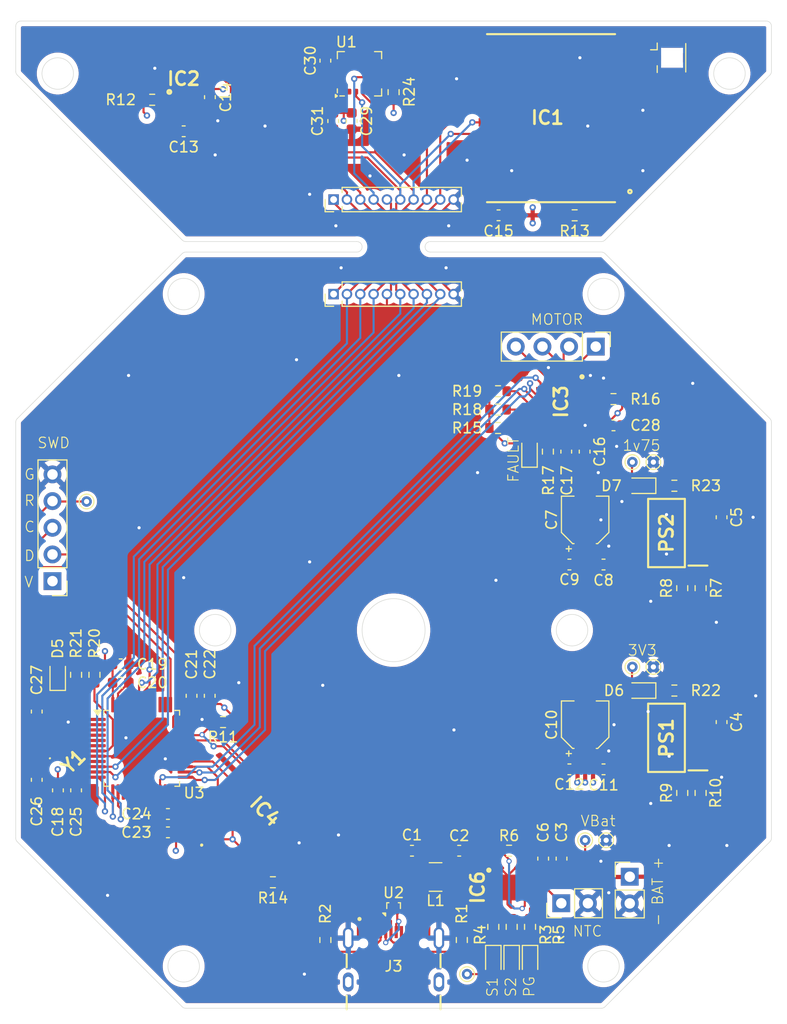
<source format=kicad_pcb>
(kicad_pcb (version 20241229) (generator "pcbnew") (generator_version "9.0")
  (layers (0 "F.Cu" signal) (4 "In1.Cu" signal) (6 "In2.Cu" signal) (2 "B.Cu" signal) (13 "F.Paste" user) (15 "B.Paste" user) (5 "F.SilkS" user "F.Silkscreen") (7 "B.SilkS" user "B.Silkscreen") (1 "F.Mask" user) (3 "B.Mask" user) (25 "Edge.Cuts" user))
  (net 0 "")
  (net 2 "GND")
  (net 8 "+3.3V")
  (net 9 "Net-(IC1-RF_IN)")
  (net 17 "Net-(J3-VBUS)")
  (net 18 "/V_USB")
  (net 19 "/V_BAT")
  (net 20 "/1V75")
  (net 21 "Net-(IC2-C1)")
  (net 22 "Net-(IC3-VCP)")
  (net 23 "Net-(D1-K)")
  (net 24 "Net-(D2-K)")
  (net 25 "Net-(D3-K)")
  (net 26 "Net-(D4-K)")
  (net 27 "Net-(D5-A)")
  (net 28 "Net-(D6-K)")
  (net 29 "Net-(D7-K)")
  (net 30 "/I2C_SDA")
  (net 31 "/GPS_INT")
  (net 32 "/I2C_SCL")
  (net 33 "/GPS_nReset")
  (net 34 "/MAG_INT2")
  (net 35 "Net-(IC2-CS_MAG)")
  (net 36 "/MAG_INT1")
  (net 37 "/MAG_DRDY")
  (net 38 "Net-(IC3-CONFIG)")
  (net 39 "Net-(IC3-M1)")
  (net 40 "Net-(IC3-M0_{slash}_APHASE)")
  (net 41 "/MOT_DIR")
  (net 42 "/MOT_B1")
  (net 43 "Net-(IC3-AVREF)")
  (net 44 "/MOT_nEnable")
  (net 45 "/MOT_A2")
  (net 46 "Net-(IC3-NFAULT)")
  (net 47 "/MOT_STEP")
  (net 48 "/MOT_A1")
  (net 49 "/MOT_B2")
  (net 50 "Net-(IC3-NSLEEP)")
  (net 51 "/MOT_SENS_A")
  (net 52 "Net-(IC4-VLED)")
  (net 53 "/MOT_SENS_B")
  (net 54 "Net-(IC6-STAT2)")
  (net 55 "Net-(IC6-THERM)")
  (net 56 "Net-(IC6-STAT1)")
  (net 57 "Net-(IC6-~{PG(}TE))")
  (net 58 "Net-(IC6-PROG)")
  (net 59 "/USB_P")
  (net 60 "Net-(J3-CC1)")
  (net 61 "/USB_N")
  (net 64 "Net-(J3-CC2)")
  (net 65 "Net-(PS1-ADJ)")
  (net 66 "Net-(PS2-ADJ)")
  (net 67 "/nRST")
  (net 68 "Net-(U3-PC13)")
  (net 72 "Net-(U3-PF1)")
  (net 81 "Net-(U3-PF0)")
  (net 84 "/SWDCLK")
  (net 88 "/SWDIO")
  (net 92 "Net-(IC1-D_SEL)")
  (net 93 "Net-(U1-RES(CAP))")
  (net 94 "/GYR_DRDY")
  (net 95 "Net-(U1-CS)")
  (net 97 "/GYR_INT")
  (footprint "Capacitor_SMD:C_0603_1608Metric" (layer "F.Cu") (at 151.75 121 180)
    (property "Reference" "C1")
    (property "Value" "2u2")
  )
  (footprint "Capacitor_SMD:C_0603_1608Metric" (layer "F.Cu") (at 128.5 117.5 180)
    (property "Reference" "C24")
    (property "Value" "100n")
  )
  (footprint "LED_SMD:LED_0603_1608Metric" (layer "F.Cu") (at 162.95 83 90)
    (property "Reference" "D4" (hide yes))
    (property "Value" "LED")
  )
  (footprint "Resistor_SMD:R_0603_1608Metric" (layer "F.Cu") (at 159.95 80.75)
    (property "Reference" "R15")
    (property "Value" "10k")
  )
  (footprint "Inductor_SMD:L_1210_3225Metric" (layer "F.Cu") (at 154 123.5)
    (property "Reference" "L1")
    (property "Value" "220R")
  )
  (footprint "LED_SMD:LED_0603_1608Metric" (layer "F.Cu") (at 161.25 131.5 -90)
    (property "Reference" "D2" (hide yes))
    (property "Value" "LED")
  )
  (footprint "Connector_PinHeader_2.54mm:PinHeader_1x04_P2.54mm_Vertical" (layer "F.Cu") (at 169.26 73 -90)
    (property "Reference" "J1" (hide yes))
    (property "Value" "Conn_01x04")
  )
  (footprint "Resistor_SMD:R_0603_1608Metric" (layer "F.Cu") (at 127 49.5)
    (property "Reference" "R12")
    (property "Value" "10k")
  )
  (footprint "Capacitor_SMD:C_0603_1608Metric" (layer "F.Cu") (at 166.45 83 -90)
    (property "Reference" "C17")
    (property "Value" "100n")
  )
  (footprint "LED_SMD:LED_0603_1608Metric" (layer "F.Cu") (at 159.5 131.5 -90)
    (property "Reference" "D1" (hide yes))
    (property "Value" "LED")
  )
  (footprint "Package_LGA:LGA-16_4x4mm_P0.65mm_LayoutBorder4x4y" (layer "F.Cu") (at 146.75 47.025 90)
    (property "Reference" "U1")
    (property "Value" "L3GD20")
  )
  (footprint "Capacitor_SMD:C_0603_1608Metric" (layer "F.Cu") (at 143.5 45.775 90)
    (property "Reference" "C30")
    (property "Value" "220n")
  )
  (footprint "Connector_PinHeader_1.27mm:PinHeader_1x10_P1.27mm_Vertical" (layer "F.Cu") (at 144.285 68 90)
    (property "Reference" "J7" (hide yes))
    (property "Value" "Conn_01x10")
  )
  (footprint "Resistor_SMD:R_0603_1608Metric" (layer "F.Cu") (at 150 48.775 -90)
    (property "Reference" "R24")
    (property "Value" "10k")
  )
  (footprint "Resistor_SMD:R_0603_1608Metric" (layer "F.Cu") (at 161 121)
    (property "Reference" "R6")
    (property "Value" "1k")
  )
  (footprint "Package_TO_SOT_SMD:Texas_DRT-3" (layer "F.Cu") (at 150 126.5)
    (property "Reference" "U2")
    (property "Value" "TPD2EUSB30")
  )
  (footprint "Resistor_SMD:R_0603_1608Metric" (layer "F.Cu") (at 121.5 104.25 -90)
    (property "Reference" "R20")
    (property "Value" "20k")
  )
  (footprint "TestPoint:TestPoint_THTPad_D1.0mm_Drill0.5mm" (layer "F.Cu") (at 168.25 120)
    (property "Reference" "TP2" (hide yes))
    (property "Value" "TestPoint")
  )
  (footprint "Capacitor_SMD:C_0603_1608Metric" (layer "F.Cu") (at 130.75 106.25 90)
    (property "Reference" "C21")
    (property "Value" "2u2")
  )
  (footprint "Capacitor_SMD:C_0603_1608Metric" (layer "F.Cu") (at 160 60.5 180)
    (property "Reference" "C15")
    (property "Value" "220n")
  )
  (footprint "Capacitor_SMD:C_0603_1608Metric" (layer "F.Cu") (at 170 113.25)
    (property "Reference" "C11")
    (property "Value" "2u2")
  )
  (footprint "Resistor_SMD:R_0603_1608Metric" (layer "F.Cu") (at 119.75 104.25 -90)
    (property "Reference" "R21")
    (property "Value" "470R")
  )
  (footprint "Capacitor_SMD:C_0603_1608Metric" (layer "F.Cu") (at 166.75 93.75 180)
    (property "Reference" "C9")
    (property "Value" "100n")
  )
  (footprint "Capacitor_SMD:CP_Elec_4x5.3" (layer "F.Cu") (at 168.25 89.5 90)
    (property "Reference" "C7")
    (property "Value" "10u")
  )
  (footprint "XRCGB25M000F3M00R0:XRCGB" (layer "F.Cu") (at 118 110.75 45)
    (property "Reference" "Y1")
    (property "Value" "XRCGB25M000F3M00R0" (hide yes))
  )
  (footprint "Capacitor_SMD:C_0603_1608Metric" (layer "F.Cu") (at 166 121.75 90)
    (property "Reference" "C3")
    (property "Value" "2u2")
  )
  (footprint "Capacitor_SMD:C_0603_1608Metric" (layer "F.Cu") (at 181.25 89.25 -90)
    (property "Reference" "C5")
    (property "Value" "100n")
  )
  (footprint "Capacitor_SMD:C_0603_1608Metric" (layer "F.Cu") (at 144.25 51.525 -90)
    (property "Reference" "C31")
    (property "Value" "2u2")
  )
  (footprint "TestPoint:TestPoint_THTPad_D1.0mm_Drill0.5mm" (layer "F.Cu") (at 174.75 103.5)
    (property "Reference" "TP6" (hide yes))
    (property "Value" "TestPoint")
  )
  (footprint "ZLDO1117QG33TA:SOT230P700X180-4N" (layer "F.Cu") (at 176 90.75 180)
    (property "Reference" "PS2")
    (property "Value" "ZLDO1117QG33TA" (hide yes))
  )
  (footprint "Capacitor_SMD:C_0603_1608Metric" (layer "F.Cu") (at 132.48 106.25 90)
    (property "Reference" "C22")
    (property "Value" "100n")
  )
  (footprint "LSM303AGRTR:LGA-12" (layer "F.Cu") (at 130 49.5)
    (property "Reference" "IC2")
    (property "Value" "LSM303AGRTR" (hide yes))
  )
  (footprint "Connector_Coaxial:U.FL_Hirose_U.FL-R-SMT-1_Vertical" (layer "F.Cu") (at 176 45.5)
    (property "Reference" "J2" (hide yes))
    (property "Value" "Conn_Coaxial_Small")
  )
  (footprint "Capacitor_SMD:C_0603_1608Metric" (layer "F.Cu") (at 124 105)
    (property "Reference" "C20")
    (property "Value" "100n")
  )
  (footprint "Capacitor_SMD:C_0603_1608Metric" (layer "F.Cu") (at 128.5 119.25 180)
    (property "Reference" "C23")
    (property "Value" "2u2")
  )
  (footprint "Capacitor_SMD:C_0603_1608Metric" (layer "F.Cu") (at 118.02 115.25 -90)
    (property "Reference" "C18")
    (property "Value" "100n")
  )
  (footprint "Capacitor_SMD:C_0603_1608Metric" (layer "F.Cu") (at 116 107.75 90)
    (property "Reference" "C27")
    (property "Value" "6p")
  )
  (footprint "MCP73833T-AMI_MF:SON50P300X300X100-11N-D" (layer "F.Cu") (at 161 124.5)
    (property "Reference" "IC6")
    (property "Value" "MCP73833T-AMI_MF" (hide yes))
  )
  (footprint "Capacitor_SMD:C_0603_1608Metric" (layer "F.Cu") (at 116 114.25 90)
    (property "Reference" "C26")
    (property "Value" "6p")
  )
  (footprint "Resistor_SMD:R_0603_1608Metric" (layer "F.Cu") (at 176.75 86.25 180)
    (property "Reference" "R23")
    (property "Value" "470R")
  )
  (footprint "Capacitor_SMD:C_0603_1608Metric" (layer "F.Cu") (at 164.25 121.75 90)
    (property "Reference" "C6")
    (property "Value" "2u2")
  )
  (footprint "Connector_PinHeader_2.54mm:PinHeader_1x05_P2.54mm_Vertical" (layer "F.Cu") (at 117.5 95.33 180)
    (property "Reference" "J6" (hide yes))
    (property "Value" "Conn_01x05")
  )
  (footprint "Connector_PinHeader_2.54mm:PinHeader_1x02_P2.54mm_Vertical" (layer "F.Cu") (at 172.5 123.475)
    (property "Reference" "J4" (hide yes))
    (property "Value" "Conn_01x02")
  )
  (footprint "Capacitor_SMD:C_0603_1608Metric" (layer "F.Cu") (at 119.75 115.25 -90)
    (property "Reference" "C25")
    (property "Value" "2u2")
  )
  (footprint "Resistor_SMD:R_0603_1608Metric" (layer "F.Cu") (at 161.25 128.25 90)
    (property "Reference" "R4")
    (property "Value" "470R")
  )
  (footprint "Resistor_SMD:R_0603_1608Metric" (layer "F.Cu") (at 177.5 96 -90)
    (property "Reference" "R8")
    (property "Value" "200R")
  )
  (footprint "Capacitor_SMD:C_0603_1608Metric" (layer "F.Cu") (at 170.95 80.5)
    (property "Reference" "C28")
    (property "Value" "100n")
  )
  (footprint "TestPoint:TestPoint_THTPad_D1.0mm_Drill0.5mm" (layer "F.Cu") (at 172.75 103.5)
    (property "Reference" "TP3" (hide yes))
    (property "Value" "TestPoint")
  )
  (footprint "AEDR-8300-1Q2:AEDR83001Q2" (layer "F.Cu") (at 135 120 45)
    (property "Reference" "IC4")
    (property "Value" "AEDR-8300-1Q2" (hide yes))
  )
  (footprint "NEO-M8N-0:NEO-M8T" (layer "F.Cu") (at 165 51.25)
    (property "Reference" "IC1")
    (property "Value" "NEO-M8N-0" (hide yes))
  )
  (footprint "TestPoint:TestPoint_THTPad_D1.0mm_Drill0.5mm" (layer "F.Cu") (at 157 132.75)
    (property "Reference" "TP1" (hide yes))
    (property "Value" "TestPoint")
  )
  (footprint "Resistor_SMD:R_0603_1608Metric" (layer "F.Cu") (at 177.5 115.5 -90)
    (property "Reference" "R9")
    (property "Value" "200R")
  )
  (footprint "Resistor_SMD:R_0603_1608Metric" (layer "F.Cu") (at 176.75 105.75 180)
    (property "Reference" "R22")
    (property "Value" "470R")
  )
  (footprint "LED_SMD:LED_0603_1608Metric" (layer "F.Cu") (at 163 131.5 -90)
    (property "Reference" "D3" (hide yes))
    (property "Value" "LED")
  )
  (footprint "Resistor_SMD:R_0603_1608Metric" (layer "F.Cu") (at 163 128.25 -90)
    (property "Reference" "R5")
    (property "Value" "470R")
  )
  (footprint "Capacitor_SMD:C_0603_1608Metric" (layer "F.Cu") (at 146 51.525 -90)
    (property "Reference" "C29")
    (property "Value" "220n")
  )
  (footprint "Capacitor_SMD:C_0603_1608Metric" (layer "F.Cu") (at 130 52.5)
    (property "Reference" "C13")
    (property "Value" "220n")
  )
  (footprint "TestPoint:TestPoint_THTPad_D1.0mm_Drill0.5mm" (layer "F.Cu") (at 170.25 120)
    (property "Reference" "TP8" (hide yes))
    (property "Value" "TestPoint")
  )
  (footprint "LED_SMD:LED_0603_1608Metric" (layer "F.Cu") (at 173.5 86.25 180)
    (property "Reference" "D7")
    (property "Value" "LED")
  )
  (footprint "Resistor_SMD:R_0603_1608Metric" (layer "F.Cu") (at 170.95 78 180)
    (property "Reference" "R16")
    (property "Value" "10k")
  )
  (footprint "Resistor_SMD:R_0603_1608Metric" (layer "F.Cu") (at 167.25 60.5)
    (property "Reference" "R13")
    (property "Value" "10k")
  )
  (footprint "Resistor_SMD:R_0603_1608Metric" (layer "F.Cu") (at 179.25 115.5 -90)
    (property "Reference" "R10")
    (property "Value" "330R")
  )
  (footprint "Capacitor_SMD:C_0603_1608Metric" (layer "F.Cu") (at 124 103.25)
    (property "Reference" "C19")
    (property "Value" "2u2")
  )
  (footprint "USB4105_GF_A_060:GCT_USB4105-GF-A-060" (layer "F.Cu") (at 150 133.5)
    (property "Reference" "J3")
    (property "Value" "USB4105-GF-A-060")
    (fp_line (start -4.62 0.4) (end -4.62 -0.4) (stroke (width 0.01)) (layer "Edge.Cuts"))
    (fp_line (start -4.02 -0.4) (end -4.02 0.4) (stroke (width 0.01)) (layer "Edge.Cuts"))
    (fp_line (start 4.02 0.4) (end 4.02 -0.4) (stroke (width 0.01)) (layer "Edge.Cuts"))
    (fp_line (start 4.62 -0.4) (end 4.62 0.4) (stroke (width 0.01)) (layer "Edge.Cuts"))
    (fp_arc (start -4.62 -0.4) (mid -4.532132 -0.612132) (end -4.32 -0.7) (stroke (width 0.01)) (layer "Edge.Cuts"))
    (fp_arc (start -4.32 -0.7) (mid -4.107868 -0.612132) (end -4.02 -0.4) (stroke (width 0.01)) (layer "Edge.Cuts"))
    (fp_arc (start -4.32 0.7) (mid -4.532132 0.612132) (end -4.62 0.4) (stroke (width 0.01)) (layer "Edge.Cuts"))
    (fp_arc (start -4.02 0.4) (mid -4.107868 0.612132) (end -4.32 0.7) (stroke (width 0.01)) (layer "Edge.Cuts"))
    (fp_arc (start 4.02 -0.4) (mid 4.107868 -0.612132) (end 4.32 -0.7) (stroke (width 0.01)) (layer "Edge.Cuts"))
    (fp_arc (start 4.32 -0.7) (mid 4.532132 -0.612132) (end 4.62 -0.4) (stroke (width 0.01)) (layer "Edge.Cuts"))
    (fp_arc (start 4.32 0.7) (mid 4.107868 0.612132) (end 4.02 0.4) (stroke (width 0.01)) (layer "Edge.Cuts"))
    (fp_arc (start 4.62 0.4) (mid 4.532132 0.612132) (end 4.32 0.7) (stroke (width 0.01)) (layer "Edge.Cuts"))
  )
  (footprint "TestPoint:TestPoint_THTPad_D1.0mm_Drill0.5mm" (layer "F.Cu") (at 172.75 84)
    (property "Reference" "TP4" (hide yes))
    (property "Value" "TestPoint")
  )
  (footprint "Capacitor_SMD:CP_Elec_4x5.3" (layer "F.Cu") (at 168.25 109 90)
    (property "Reference" "C10")
    (property "Value" "10u")
  )
  (footprint "Resistor_SMD:R_0603_1608Metric" (layer "F.Cu") (at 179.25 96 -90)
    (property "Reference" "R7")
    (property "Value" "80R")
  )
  (footprint "Capacitor_SMD:C_0603_1608Metric" (layer "F.Cu") (at 156.25 121)
    (property "Reference" "C2")
    (property "Value" "2u2")
  )
  (footprint "Capacitor_SMD:C_0603_1608Metric" (layer "F.Cu") (at 132.5 49.25 -90)
    (property "Reference" "C14")
    (property "Value" "220n")
  )
  (footprint "Resistor_SMD:R_0603_1608Metric" (layer "F.Cu") (at 138.5 124)
    (property "Reference" "R14")
    (property "Value" "470R")
  )
  (footprint "Capacitor_SMD:C_0603_1608Metric" (layer "F.Cu") (at 181.25 108.75 -90)
    (property "Reference" "C4")
    (property "Value" "100n")
  )
  (footprint "Connector_PinHeader_1.27mm:PinHeader_1x10_P1.27mm_Vertical" (layer "F.Cu") (at 144.285 59 90)
    (property "Reference" "J8" (hide yes))
    (property "Value" "Conn_01x10")
  )
  (footprint "Resistor_SMD:R_0603_1608Metric" (layer "F.Cu") (at 159.5 128.25 -90)
    (property "Reference" "R3")
    (property "Value" "470R")
  )
  (footprint "Resistor_SMD:R_0603_1608Metric" (layer "F.Cu") (at 159.95 77.25)
    (property "Reference" "R19")
    (property "Value" "10k")
  )
  (footprint "Resistor_SMD:R_0603_1608Metric" (layer "F.Cu") (at 156.5 129.5 -90)
    (property "Reference" "R1")
    (property "Value" "5k1")
  )
  (footprint "TestPoint:TestPoint_THTPad_D1.0mm_Drill0.5mm" (layer "F.Cu") (at 174.75 84)
    (property "Reference" "TP7" (hide yes))
    (property "Value" "TestPoint")
  )
  (footprint "ZLDO1117QG33TA:SOT230P700X180-4N" (layer "F.Cu") (at 176 110.25 180)
    (property "Reference" "PS1")
    (property "Value" "ZLDO1117QG33TA" (hide yes))
  )
  (footprint "Capacitor_SMD:C_0603_1608Metric" (layer "F.Cu") (at 166.75 113.25 180)
    (property "Reference" "C12")
    (property "Value" "100n")
  )
  (footprint "Resistor_SMD:R_0603_1608Metric" (layer "F.Cu") (at 159.95 79)
    (property "Reference" "R18")
    (property "Value" "10k")
  )
  (footprint "Resistor_SMD:R_0603_1608Metric" (layer "F.Cu") (at 133.75 108.75 180)
    (property "Reference" "R11")
    (property "Value" "10k")
  )
  (footprint "Connector_PinHeader_2.54mm:PinHeader_1x02_P2.54mm_Vertical" (layer "F.Cu") (at 165.975 126 90)
    (property "Reference" "J5" (hide yes))
    (property "Value" "Conn_01x02")
  )
  (footprint "Package_QFP:LQFP-48_7x7mm_P0.5mm" (layer "F.Cu") (at 126 111.25)
    (property "Reference" "U3")
    (property "Value" "STM32F302CCTx")
  )
  (footprint "LED_SMD:LED_0603_1608Metric" (layer "F.Cu") (at 173.5 105.75 180)
    (property "Reference" "D6")
    (property "Value" "LED")
  )
  (footprint "DRV8834RGER:QFN50P400X400X100-25N-D" (layer "F.Cu") (at 165.95 78.25 -90)
    (property "Reference" "IC3")
    (property "Value" "DRV8834RGER" (hide yes))
  )
  (footprint "Capacitor_SMD:C_0603_1608Metric" (layer "F.Cu") (at 168.2 83 -90)
    (property "Reference" "C16")
    (property "Value" "2u2")
  )
  (footprint "Resistor_SMD:R_0603_1608Metric" (layer "F.Cu") (at 164.7 83 -90)
    (property "Reference" "R17")
    (property "Value" "470R")
  )
  (footprint "Resistor_SMD:R_0603_1608Metric" (layer "F.Cu") (at 143.5 129.5 -90)
    (property "Reference" "R2")
    (property "Value" "5k1")
  )
  (footprint "TestPoint:TestPoint_THTPad_D1.0mm_Drill0.5mm" (layer "F.Cu") (at 120.75 87.75)
    (property "Reference" "TP5" (hide yes))
    (property "Value" "TestPoint")
  )
  (footprint "Capacitor_SMD:C_0603_1608Metric" (layer "F.Cu") (at 170 93.75)
    (property "Reference" "C8")
    (property "Value" "2u2")
  )
  (footprint "LED_SMD:LED_0603_1608Metric" (layer "F.Cu") (at 118 104.25 90)
    (property "Reference" "D5")
    (property "Value" "LED")
  )
  (gr_line (start 170.146447 62.853553) (end 185.853554 47.146446) (stroke (width 0.05)) (layer "Edge.Cuts"))
  (gr_arc (start 129.853553 64.146447) (mid 130.015765 64.038063) (end 130.207107 64) (stroke (width 0.05)) (layer "Edge.Cuts"))
  (gr_circle (center 150 100) (end 153 100) (stroke (width 0.05)) (fill no) (layer "Edge.Cuts"))
  (gr_line (start 114 42.5) (end 114 46.792893) (stroke (width 0.05)) (layer "Edge.Cuts"))
  (gr_arc (start 170.146447 62.853553) (mid 169.984235 62.961937) (end 169.792893 63) (stroke (width 0.05)) (layer "Edge.Cuts"))
  (gr_arc (start 169.792893 64) (mid 169.984236 64.038058) (end 170.146446 64.146446) (stroke (width 0.05)) (layer "Edge.Cuts"))
  (gr_circle (center 170 68) (end 170 69.5) (stroke (width 0.05)) (fill no) (layer "Edge.Cuts"))
  (gr_arc (start 153.5 64) (mid 153.146447 63.853553) (end 153 63.5) (stroke (width 0.05)) (layer "Edge.Cuts"))
  (gr_circle (center 133 100) (end 131.5 100) (stroke (width 0.05)) (fill no) (layer "Edge.Cuts"))
  (gr_line (start 186 119.792893) (end 186 80.207107) (stroke (width 0.05)) (layer "Edge.Cuts"))
  (gr_arc (start 185.853553 79.853553) (mid 185.961937 80.015765) (end 186 80.207107) (stroke (width 0.05)) (layer "Edge.Cuts"))
  (gr_arc (start 170.146447 135.853553) (mid 169.984235 135.961937) (end 169.792893 136) (stroke (width 0.05)) (layer "Edge.Cuts"))
  (gr_arc (start 114 42.5) (mid 114.146447 42.146447) (end 114.5 42) (stroke (width 0.05)) (layer "Edge.Cuts"))
  (gr_line (start 130.207107 63) (end 146.5 63) (stroke (width 0.05)) (layer "Edge.Cuts"))
  (gr_arc (start 130.207107 136) (mid 130.015766 135.96194) (end 129.853554 135.853554) (stroke (width 0.05)) (layer "Edge.Cuts"))
  (gr_circle (center 118 47) (end 119.5 47) (stroke (width 0.05)) (fill no) (layer "Edge.Cuts"))
  (gr_line (start 129.853553 64.146447) (end 114.146446 79.853554) (stroke (width 0.05)) (layer "Edge.Cuts"))
  (gr_circle (center 130 68) (end 130 66.5) (stroke (width 0.05)) (fill no) (layer "Edge.Cuts"))
  (gr_arc (start 147 63.5) (mid 146.853553 63.853553) (end 146.5 64) (stroke (width 0.05)) (layer "Edge.Cuts"))
  (gr_line (start 153.5 63) (end 169.792893 63) (stroke (width 0.05)) (layer "Edge.Cuts"))
  (gr_circle (center 167 100) (end 168.5 100) (stroke (width 0.05)) (fill no) (layer "Edge.Cuts"))
  (gr_circle (center 130 132) (end 130 133.5) (stroke (width 0.05)) (fill no) (layer "Edge.Cuts"))
  (gr_arc (start 114 80.207107) (mid 114.03806 80.015766) (end 114.146446 79.853554) (stroke (width 0.05)) (layer "Edge.Cuts"))
  (gr_line (start 136 64) (end 130.207107 64) (stroke (width 0.05)) (layer "Edge.Cuts"))
  (gr_line (start 114.146447 120.146447) (end 129.853554 135.853554) (stroke (width 0.05)) (layer "Edge.Cuts"))
  (gr_arc (start 130.207107 63) (mid 130.015764 62.961942) (end 129.853554 62.853554) (stroke (width 0.05)) (layer "Edge.Cuts"))
  (gr_circle (center 182 47) (end 183.5 47) (stroke (width 0.05)) (fill no) (layer "Edge.Cuts"))
  (gr_arc (start 153 63.5) (mid 153.146447 63.146447) (end 153.5 63) (stroke (width 0.05)) (layer "Edge.Cuts"))
  (gr_arc (start 114.146447 120.146447) (mid 114.038063 119.984235) (end 114 119.792893) (stroke (width 0.05)) (layer "Edge.Cuts"))
  (gr_line (start 146.5 64) (end 136 64) (stroke (width 0.05)) (layer "Edge.Cuts"))
  (gr_line (start 114 80.207107) (end 114 119.792893) (stroke (width 0.05)) (layer "Edge.Cuts"))
  (gr_line (start 185.853553 79.853553) (end 170.146446 64.146446) (stroke (width 0.05)) (layer "Edge.Cuts"))
  (gr_arc (start 185.5 42) (mid 185.853553 42.146447) (end 186 42.5) (stroke (width 0.05)) (layer "Edge.Cuts"))
  (gr_line (start 114.146447 47.146447) (end 129.853554 62.853554) (stroke (width 0.05)) (layer "Edge.Cuts"))
  (gr_arc (start 186 119.792893) (mid 185.96194 119.984234) (end 185.853554 120.146446) (stroke (width 0.05)) (layer "Edge.Cuts"))
  (gr_circle (center 170 132) (end 170 133.5) (stroke (width 0.05)) (fill no) (layer "Edge.Cuts"))
  (gr_line (start 186 46.792893) (end 186 42.5) (stroke (width 0.05)) (layer "Edge.Cuts"))
  (gr_line (start 169.792893 64) (end 153.5 64) (stroke (width 0.05)) (layer "Edge.Cuts"))
  (gr_arc (start 186 46.792893) (mid 185.96194 46.984234) (end 185.853554 47.146446) (stroke (width 0.05)) (layer "Edge.Cuts"))
  (gr_arc (start 146.5 63) (mid 146.853553 63.146447) (end 147 63.5) (stroke (width 0.05)) (layer "Edge.Cuts"))
  (gr_line (start 170.146447 135.853553) (end 185.853554 120.146446) (stroke (width 0.05)) (layer "Edge.Cuts"))
  (gr_line (start 130.207107 136) (end 169.792893 136) (stroke (width 0.05)) (layer "Edge.Cuts"))
  (gr_line (start 185.5 42) (end 114.5 42) (stroke (width 0.05)) (layer "Edge.Cuts"))
  (gr_arc (start 114.146447 47.146447) (mid 114.03806 46.984235) (end 114 46.792893) (stroke (width 0.05)) (layer "Edge.Cuts"))
  (gr_text "VBat" (at 167.75 118.75 0) (layer "F.SilkS") (effects (font (size 1 1) (thickness 0.1)) (justify left bottom)))
  (gr_text "1v75" (at 171.75 83 0) (layer "F.SilkS") (effects (font (size 1 1) (thickness 0.1)) (justify left bottom)))
  (gr_text "C" (at 114.75 90.75 0) (layer "F.SilkS") (effects (font (size 1 1) (thickness 0.1)) (justify left bottom)))
  (gr_text "3V3" (at 172.25 102.5 0) (layer "F.SilkS") (effects (font (size 1 1) (thickness 0.1)) (justify left bottom)))
  (gr_text "G" (at 114.75 85.75 0) (layer "F.SilkS") (effects (font (size 1 1) (thickness 0.1)) (justify left bottom)))
  (gr_text "- BAT +" (at 175.75 128.25 90) (layer "F.SilkS") (effects (font (size 1 1) (thickness 0.1)) (justify left bottom)))
  (gr_text "R" (at 114.75 88.25 0) (layer "F.SilkS") (effects (font (size 1 1) (thickness 0.1)) (justify left bottom)))
  (gr_text "FAULT" (at 162 86 90) (layer "F.SilkS") (effects (font (size 1 1) (thickness 0.1)) (justify left bottom)))
  (gr_text "D" (at 114.75 93.5 0) (layer "F.SilkS") (effects (font (size 1 1) (thickness 0.1)) (justify left bottom)))
  (gr_text "V" (at 114.75 96 0) (layer "F.SilkS") (effects (font (size 1 1) (thickness 0.1)) (justify left bottom)))
  (gr_text "PG" (at 163.5 135 90) (layer "F.SilkS") (effects (font (size 1 1) (thickness 0.1)) (justify left bottom)))
  (gr_text "SWD" (at 116 82.75 0) (layer "F.SilkS") (effects (font (size 1 1) (thickness 0.1)) (justify left bottom)))
  (gr_text "S1" (at 160 135 90) (layer "F.SilkS") (effects (font (size 1 1) (thickness 0.1)) (justify left bottom)))
  (gr_text "MOTOR" (at 163 71 0) (layer "F.SilkS") (effects (font (size 1 1) (thickness 0.1)) (justify left bottom)))
  (gr_text "NTC" (at 167 129.25 0) (layer "F.SilkS") (effects (font (size 1 1) (thickness 0.1)) (justify left bottom)))
  (gr_text "S2" (at 161.75 135 90) (layer "F.SilkS") (effects (font (size 1 1) (thickness 0.1)) (justify left bottom)))
  (segment (start 165.2 76.3) (end 165.2 77.5) (width 0.2) (layer "F.Cu") (net 2))
  (segment (start 165 75.25) (end 164.75 75) (width 0.2) (layer "F.Cu") (net 2))
  (segment (start 161.825 122.425) (end 161.825 121) (width 0.2) (layer "F.Cu") (net 2))
  (segment (start 167.2 80.2) (end 167.95 80.2) (width 0.2) (layer "F.Cu") (net 2))
  (segment (start 149.75 59.385) (end 149.75 67.615) (width 0.2) (layer "F.Cu") (net 2))
  (segment (start 132.5 50.025) (end 132.5 50.75) (width 0.2) (layer "F.Cu") (net 2))
  (segment (start 166.7 76.3) (end 166.7 77.5) (width 0.2) (layer "F.Cu") (net 2))
  (segment (start 130.8 49.75) (end 132.225 49.75) (width 0.2) (layer "F.Cu") (net 2))
  (segment (start 167.2 79.5) (end 165.95 78.25) (width 0.2) (layer "F.Cu") (net 2))
  (segment (start 118.724304 110.732802) (end 117.310092 110.732802) (width 0.2) (layer "F.Cu") (net 2))
  (segment (start 167.9 77) (end 167.9 77.5) (width 0.2) (layer "F.Cu") (net 2))
  (segment (start 118.83085 110.626256) (end 118.724304 110.732802) (width 0.2) (layer "F.Cu") (net 2))
  (segment (start 165.2 76.3) (end 165.2 75.45) (width 0.2) (layer "F.Cu") (net 2))
  (segment (start 130.1625 109) (end 131.25 109) (width 0.2) (layer "F.Cu") (net 2))
  (segment (start 132.5 50.75) (end 133.25 51.5) (width 0.2) (layer "F.Cu") (net 2))
  (segment (start 125.25 107.0875) (end 125.25 108.75) (width 0.2) (layer "F.Cu") (net 2))
  (segment (start 158.5 121) (end 157.025 121) (width 0.2) (layer "F.Cu") (net 2))
  (segment (start 166.7 77.5) (end 167.9 77.5) (width 0.2) (layer "F.Cu") (net 2))
  (segment (start 123.75 107.0875) (end 123.75 106.025) (width 0.2) (layer "F.Cu") (net 2))
  (segment (start 117.310092 110.732802) (end 117.16915 110.873744) (width 0.2) (layer "F.Cu") (net 2))
  (segment (start 167.9 77) (end 167.9 76.35) (width 0.2) (layer "F.Cu") (net 2))
  (segment (start 168.5 75.75) (end 168.75 75.75) (width 0.2) (layer "F.Cu") (net 2))
  (segment (start 161 124.5) (end 161 123.25) (width 0.2) (layer "F.Cu") (net 2))
  (segment (start 161 123.5) (end 158.5 121) (width 0.2) (layer "F.Cu") (net 2))
  (segment (start 150 126.075) (end 150.675 126.075) (width 0.2) (layer "F.Cu") (net 2))
  (segment (start 149.365 59) (end 149.75 59.385) (width 0.2) (layer "F.Cu") (net 2))
  (segment (start 130.25 49.85) (end 130.25 50.25) (width 0.2) (layer "F.Cu") (net 2))
  (segment (start 150 126.075) (end 150 125.5) (width 0.2) (layer "F.Cu") (net 2))
  (segment (start 128.25 116.975) (end 127.725 117.5) (width 0.2) (layer "F.Cu") (net 2))
  (segment (start 167.2 80.2) (end 167.2 79.5) (width 0.2) (layer "F.Cu") (net 2))
  (segment (start 167.95 80.2) (end 168.25 80.5) (width 0.2) (layer "F.Cu") (net 2))
  (segment (start 165.95 78.25) (end 166.7 77.5) (width 0.2) (layer "F.Cu") (net 2))
  (segment (start 123.75 106.025) (end 124.775 105) (width 0.2) (layer "F.Cu") (net 2))
  (segment (start 128.25 115.4125) (end 128.25 116.975) (width 0.2) (layer "F.Cu") (net 2))
  (segment (start 161 124.5) (end 161 123.5) (width 0.2) (layer "F.Cu") (net 2))
  (segment (start 165.2 75.45) (end 165 75.25) (width 0.2) (layer "F.Cu") (net 2))
  (segment (start 167.9 76.35) (end 168.25 76) (width 0.2) (layer "F.Cu") (net 2))
  (segment (start 130.25 50.25) (end 130.25 51.975) (width 0.2) (layer "F.Cu") (net 2))
  (segment (start 130.25 51.975) (end 130.775 52.5) (width 0.2) (layer "F.Cu") (net 2))
  (segment (start 168.25 76) (end 168.5 75.75) (width 0.2) (layer "F.Cu") (net 2))
  (segment (start 160 125.5) (end 161 124.5) (width 0.2) (layer "F.Cu") (net 2))
  (segment (start 149.25 69.5) (end 149.365 69.385) (width 0.2) (layer "F.Cu") (net 2))
  (segment (start 152.25 64.535) (end 155.715 68) (width 0.2) (layer "F.Cu") (net 2))
  (segment (start 125.25 105.475) (end 124.775 105) (width 0.2) (layer "F.Cu") (net 2))
  (segment (start 130.8 49.75) (end 130.35 49.75) (width 0.2) (layer "F.Cu") (net 2))
  (segment (start 152.25 62.465) (end 152.25 64.535) (width 0.2) (layer "F.Cu") (net 2))
  (segment (start 150.75 126) (end 150.675 126.075) (width 0.2) (layer "F.Cu") (net 2))
  (segment (start 159.5 125.5) (end 160 125.5) (width 0.2) (layer "F.Cu") (net 2))
  (segment (start 130.35 49.75) (end 130.25 49.85) (width 0.2) (layer "F.Cu") (net 2))
  (segment (start 165.2 77.5) (end 165.95 78.25) (width 0.2) (layer "F.Cu") (net 2))
  (segment (start 125.25 107.0875) (end 125.25 105.475) (width 0.2) (layer "F.Cu") (net 2))
  (segment (start 161 123.25) (end 161.825 122.425) (width 0.2) (layer "F.Cu") (net 2))
  (segment (start 149.75 67.615) (end 149.365 68) (width 0.2) (layer "F.Cu") (net 2))
  (segment (start 155.715 59) (end 152.25 62.465) (width 0.2) (layer "F.Cu") (net 2))
  (segment (start 149.365 68) (end 149.365 69.385) (width 0.2) (layer "F.Cu") (net 2))
  (segment (start 132.225 49.75) (end 132.5 50.025) (width 0.2) (layer "F.Cu") (net 2))
  (segment (start 131.25 109) (end 131.75 108.5) (width 0.2) (layer "F.Cu") (net 2))
  (segment (start 121.8375 112) (end 123.25 112) (width 0.2) (layer "F.Cu") (net 2))
  (via (at 168.5 52) (size 0.6) (drill 0.3) (layers "F.Cu" "B.Cu") (net 2))
  (via (at 176.25 112) (size 0.6) (drill 0.3) (layers "F.Cu" "B.Cu") (net 2))
  (via (at 176 92.75) (size 0.6) (drill 0.3) (layers "F.Cu" "B.Cu") (net 2))
  (via (at 151 54.75) (size 0.6) (drill 0.3) (layers "F.Cu" "B.Cu") (net 2))
  (via (at 156 47.5) (size 0.6) (drill 0.3) (layers "F.Cu" "B.Cu") (net 2))
  (via (at 150.5 75.75) (size 0.6) (drill 0.3) (layers "F.Cu" "B.Cu") (net 2))
  (via (at 158 85) (size 0.6) (drill 0.3) (layers "F.Cu" "B.Cu") (net 2))
  (via (at 135.25 105) (size 0.6) (drill 0.3) (layers "F.Cu" "B.Cu") (net 2))
  (via (at 124.75 75.75) (size 0.6) (drill 0.3) (layers "F.Cu" "B.Cu") (net 2))
  (via (at 176.25 120.5) (size 0.6) (drill 0.3) (layers "F.Cu" "B.Cu") (net 2))
  (via (at 176 89) (size 0.6) (drill 0.3) (layers "F.Cu" "B.Cu") (net 2))
  (via (at 171 109) (size 0.6) (drill 0.3) (layers "F.Cu" "B.Cu") (net 2))
  (via (at 144.5 61.5) (size 0.6) (drill 0.3) (layers "F.Cu" "B.Cu") (net 2))
  (via (at 141.5 132.75) (size 0.6) (drill 0.3) (layers "F.Cu" "B.Cu") (net 2))
  (via (at 145 65.5) (size 0.6) (drill 0.3) (layers "F.Cu" "B.Cu") (net 2))
  (via (at 130 95) (size 0.6) (drill 0.3) (layers "F.Cu" "B.Cu") (net 2))
  (via (at 171.25 82.5) (size 0.6) (drill 0.3) (layers "F.Cu" "B.Cu") (net 2))
  (via (at 127.25 46.5) (size 0.6) (drill 0.3) (layers "F.Cu" "B.Cu") (net 2))
  (via (at 167.75 45.5) (size 0.6) (drill 0.3) (layers "F.Cu" "B.Cu") (net 2))
  (via (at 180.75 99.25) (size 0.6) (drill 0.3) (layers "F.Cu" "B.Cu") (net 2))
  (via (at 133 54.75) (size 0.6) (drill 0.3) (layers "F.Cu" "B.Cu") (net 2))
  (via (at 119 108.75) (size 0.6) (drill 0.3) (layers "F.Cu" "B.Cu") (net 2))
  (via (at 147.75 56.75) (size 0.6) (drill 0.3) (layers "F.Cu" "B.Cu") (net 2))
  (via (at 165.75 129.25) (size 0.6) (drill 0.3) (layers "F.Cu" "B.Cu") (net 2))
  (via (at 181.25 114) (size 0.6) (drill 0.3) (layers "F.Cu" "B.Cu") (net 2))
  (via (at 173.75 50.5) (size 0.6) (drill 0.3) (layers "F.Cu" "B.Cu") (net 2))
  (via (at 128.25 112.25) (size 0.6) (drill 0.3) (layers "F.Cu" "B.Cu") (net 2))
  (via (at 170.5 111.5) (size 0.6) (drill 0.3) (layers "F.Cu" "B.Cu") (net 2))
  (via (at 168.75 75.75) (size 0.6) (drill 0.3) (layers "F.Cu" "B.Cu") (net 2))
  (via (at 169.75 122) (size 0.6) (drill 0.3) (layers "F.Cu" "B.Cu") (net 2))
  (via (at 155 65.5) (size 0.6) (drill 0.3) (layers "F.Cu" "B.Cu") (net 2))
  (via (at 141 120.25) (size 0.6) (drill 0.3) (layers "F.Cu" "B.Cu") (net 2))
  (via (at 122.75 125.25) (size 0.6) (drill 0.3) (layers "F.Cu" "B.Cu") (net 2))
  (via (at 155.25 61.5) (size 0.6) (drill 0.3) (layers "F.Cu" "B.Cu") (net 2))
  (via (at 174.5 116.5) (size 0.6) (drill 0.3) (layers "F.Cu" "B.Cu") (net 2))
  (via (at 184.5 106.25) (size 0.6) (drill 0.3) (layers "F.Cu" "B.Cu") (net 2))
  (via (at 174.5 97.25) (size 0.6) (drill 0.3) (layers "F.Cu" "B.Cu") (net 2))
  (via (at 181.75 120.5) (size 0.6) (drill 0.3) (layers "F.Cu" "B.Cu") (net 2))
  (via (at 133.25 51.5) (size 0.6) (drill 0.3) (layers "F.Cu" "B.Cu") (net 2))
  (via (at 170 76) (size 0.6) (drill 0.3) (layers "F.Cu" "B.Cu") (net 2))
  (via (at 140.75 74.25) (size 0.6) (drill 0.3) (layers "F.Cu" "B.Cu") (net 2))
  (via (at 168.25 80.5) (size 0.6) (drill 0.3) (layers "F.Cu" "B.Cu") (net 2))
  (via (at 143.25 105.25) (size 0.6) (drill 0.3) (layers "F.Cu" "B.Cu") (net 2))
  (via (at 169.75 89.5) (size 0.6) (drill 0.3) (layers "F.Cu" "B.Cu") (net 2))
  (via (at 173.75 56.25) (size 0.6) (drill 0.3) (layers "F.Cu" "B.Cu") (net 2))
  (via (at 174.25 107.75) (size 0.6) (drill 0.3) (layers "F.Cu" "B.Cu") (net 2))
  (via (at 116.25 116.75) (size 0.6) (drill 0.3) (layers "F.Cu" "B.Cu") (net 2))
  (via (at 170.5 125) (size 0.6) (drill 0.3) (layers "F.Cu" "B.Cu") (net 2))
  (via (at 144.75 119.5) (size 0.6) (drill 0.3) (layers "F.Cu" "B.Cu") (net 2))
  (via (at 137.75 52) (size 0.6) (drill 0.3) (layers "F.Cu" "B.Cu") (net 2))
  (via (at 159.75 95.25) (size 0.6) (drill 0.3) (layers "F.Cu" "B.Cu") (net 2))
  (via (at 178.5 76.5) (size 0.6) (drill 0.3) (layers "F.Cu" "B.Cu") (net 2))
  (via (at 155.75 109.5) (size 0.6) (drill 0.3) (layers "F.Cu" "B.Cu") (net 2))
  (via (at 161.25 56.25) (size 0.6) (drill 0.3) (layers "F.Cu" "B.Cu") (net 2))
  (via (at 124.5 110.25) (size 0.6) (drill 0.3) (layers "F.Cu" "B.Cu") (net 2))
  (via (at 164.75 75) (size 0.6) (drill 0.3) (layers "F.Cu" "B.Cu") (net 2))
  (via (at 125.75 90.25) (size 0.6) (drill 0.3) (layers "F.Cu" "B.Cu") (net 2))
  (via (at 126 117.75) (size 0.6) (drill 0.3) (layers "F.Cu" "B.Cu") (net 2))
  (via (at 170.5 92) (size 0.6) (drill 0.3) (layers "F.Cu" "B.Cu") (net 2))
  (via (at 171.75 87.75) (size 0.6) (drill 0.3) (layers "F.Cu" "B.Cu") (net 2))
  (via (at 169.5 85) (size 0.6) (drill 0.3) (layers "F.Cu" "B.Cu") (net 2))
  (via (at 142 93.5) (size 0.6) (drill 0.3) (layers "F.Cu" "B.Cu") (net 2))
  (via (at 184.25 89.25) (size 0.6) (drill 0.3) (layers "F.Cu" "B.Cu") (net 2))
  (via (at 131.75 108.5) (size 0.6) (drill 0.3) (layers "F.Cu" "B.Cu") (net 2))
  (via (at 142 58.5) (size 0.6) (drill 0.3) (layers "F.Cu" "B.Cu") (net 2))
  (via (at 157 55.25) (size 0.6) (drill 0.3) (layers "F.Cu" "B.Cu") (net 2))
  (segment (start 172.7125 103.5375) (end 172.75 103.5) (width 0.2) (layer "F.Cu") (net 8))
  (segment (start 171.775 78) (end 171.775 78.9) (width 0.2) (layer "F.Cu") (net 8))
  (segment (start 150 49.6) (end 150 50.75) (width 0.2) (layer "F.Cu") (net 8))
  (segment (start 126.175 50.675) (end 126.5 51) (width 0.2) (layer "F.Cu") (net 8))
  (segment (start 173 112.5) (end 173 110.25) (width 0.2) (layer "F.Cu") (net 8))
  (segment (start 123.25 105.5) (end 123.25 105.025) (width 0.2) (layer "F.Cu") (net 8))
  (segment (start 120.5 112.5) (end 119.75 113.25) (width 0.2) (layer "F.Cu") (net 8))
  (segment (start 118.02 113.27) (end 118 113.25) (width 0.2) (layer "F.Cu") (net 8))
  (segment (start 159 57.15) (end 159.902 57.15) (width 0.4) (layer "F.Cu") (net 8))
  (segment (start 123.225 105) (end 123.225 103.25) (width 0.2) (layer "F.Cu") (net 8))
  (segment (start 133.875 107.375) (end 133.525 107.025) (width 0.2) (layer "F.Cu") (net 8))
  (segment (start 173 110.25) (end 168.8 110.25) (width 0.4) (layer "F.Cu") (net 8))
  (segment (start 169.425 81.25) (end 170.175 80.5) (width 0.2) (layer "F.Cu") (net 8))
  (segment (start 132.5 121) (end 133.589411 119.910589) (width 0.2) (layer "F.Cu") (net 8))
  (segment (start 130.1625 108.5) (end 130.1625 107.6125) (width 0.2) (layer "F.Cu") (net 8))
  (segment (start 168.8 110.25) (end 168.25 110.8) (width 0.4) (layer "F.Cu") (net 8))
  (segment (start 169.225 113.25) (end 168.25 113.25) (width 0.4) (layer "F.Cu") (net 8))
  (segment (start 132.225 48.75) (end 132.5 48.475) (width 0.2) (layer "F.Cu") (net 8))
  (segment (start 133.725 48.475) (end 133.75 48.5) (width 0.2) (layer "F.Cu") (net 8))
  (segment (start 179 110.25) (end 173 110.25) (width 0.4) (layer "F.Cu") (net 8))
  (segment (start 145.25 50.75) (end 146 50.75) (width 0.2) (layer "F.Cu") (net 8))
  (segment (start 176.825 116.325) (end 173 112.5) (width 0.2) (layer "F.Cu") (net 8))
  (segment (start 166.7 80.2) (end 166.7 80.75) (width 0.2) (layer "F.Cu") (net 8))
  (segment (start 167.525 113.25) (end 167.525 114.475) (width 0.4) (layer "F.Cu") (net 8))
  (segment (start 137.25 122.5) (end 134.660589 119.910589) (width 0.2) (layer "F.Cu") (net 8))
  (segment (start 126.175 49.5) (end 126.175 50.675) (width 0.2) (layer "F.Cu") (net 8))
  (segment (start 145.25 50.75) (end 145.25 51.5) (width 0.2) (layer "F.Cu") (net 8))
  (segment (start 159.125 80.75) (end 159.125 79) (width 0.2) (layer "F.Cu") (net 8))
  (segment (start 121.675 103.25) (end 121.5 103.425) (width 0.2) (layer "F.Cu") (net 8))
  (segment (start 147.75 62.75) (end 147.75 64.535) (width 0.2) (layer "F.Cu") (net 8))
  (segment (start 145.05 48.325) (end 145.05 48) (width 0.2) (layer "F.Cu") (net 8))
  (segment (start 159.902 57.15) (end 160.775 58.023) (width 0.4) (layer "F.Cu") (net 8))
  (segment (start 166.7 80.75) (end 167.2 81.25) (width 0.2) (layer "F.Cu") (net 8))
  (segment (start 172.7125 105.75) (end 172.7125 109.9625) (width 0.2) (layer "F.Cu") (net 8))
  (segment (start 129.275 119.25) (end 129.275 117.5) (width 0.2) (layer "F.Cu") (net 8))
  (segment (start 168.25 110.8) (end 168.25 113.25) (width 0.4) (layer "F.Cu") (net 8))
  (segment (start 119.75 113.25) (end 119.75 114.475) (width 0.2) (layer "F.Cu") (net 8))
  (segment (start 159.125 79) (end 159.125 77.25) (width 0.2) (layer "F.Cu") (net 8))
  (segment (start 130.8 48.75) (end 130.8 49) (width 0.2) (layer "F.Cu") (net 8))
  (segment (start 167.2 81.25) (end 169.425 81.25) (width 0.2) (layer "F.Cu") (net 8))
  (segment (start 137.825 122.5) (end 137.25 122.5) (width 0.2) (layer "F.Cu") (net 8))
  (segment (start 177.5 116.325) (end 176.825 116.325) (width 0.2) (layer "F.Cu") (net 8))
  (segment (start 167.525 114.475) (end 167.5 114.5) (width 0.4) (layer "F.Cu") (net 8))
  (segment (start 170.175 80.5) (end 171.3375 79.3375) (width 0.2) (layer "F.Cu") (net 8))
  (segment (start 134.575 108.075) (end 134.575 108.75) (width 0.2) (layer "F.Cu") (net 8))
  (segment (start 128.75 116.975) (end 129.275 117.5) (width 0.2) (layer "F.Cu") (net 8))
  (segment (start 122.5 103.25) (end 123.225 103.25) (width 0.2) (layer "F.Cu") (net 8))
  (segment (start 145 50.75) (end 145.25 50.75) (width 0.2) (layer "F.Cu") (net 8))
  (segment (start 172.7125 105.75) (end 172.7125 103.5375) (width 0.2) (layer "F.Cu") (net 8))
  (segment (start 163.25 60.5) (end 163.25 59.75) (width 0.4) (layer "F.Cu") (net 8))
  (segment (start 145.45 48.725) (end 145.05 48.325) (width 0.2) (layer "F.Cu") (net 8))
  (segment (start 160.775 60.5) (end 163.25 60.5) (width 0.4) (layer "F.Cu") (net 8))
  (segment (start 118.02 114.475) (end 119.75 114.475) (width 0.2) (layer "F.Cu") (net 8))
  (segment (start 128.75 115.4125) (end 128.75 116.975) (width 0.2) (layer "F.Cu") (net 8))
  (segment (start 168.25 113.25) (end 167.525 113.25) (width 0.4) (layer "F.Cu") (net 8))
  (segment (start 169 113.475) (end 169 114.5) (width 0.4) (layer "F.Cu") (net 8))
  (segment (start 144.285 59.285) (end 147.75 62.75) (width 0.2) (layer "F.Cu") (net 8))
  (segment (start 144.25 50.75) (end 145 50.75) (width 0.2) (layer "F.Cu") (net 8))
  (segment (start 122.5 103.25) (end 121.675 103.25) (width 0.2) (layer "F.Cu") (net 8))
  (segment (start 121.8375 112.5) (end 120.5 112.5) (width 0.2) (layer "F.Cu") (net 8))
  (segment (start 139.325 124) (end 137.825 122.5) (width 0.2) (layer "F.Cu") (net 8))
  (segment (start 129.275 119.25) (end 131.025 121) (width 0.2) (layer "F.Cu") (net 8))
  (segment (start 123.25 105.025) (end 123.225 105) (width 0.2) (layer "F.Cu") (net 8))
  (segment (start 147.75 64.535) (end 144.285 68) (width 0.2) (layer "F.Cu") (net 8))
  (segment (start 168.25 113.25) (end 168.25 114.5) (width 0.4) (layer "F.Cu") (net 8))
  (segment (start 131.025 121) (end 132.5 121) (width 0.2) (layer "F.Cu") (net 8))
  (segment (start 169.225 113.25) (end 169 113.475) (width 0.4) (layer "F.Cu") (net 8))
  (segment (start 130.8 48.75) (end 132.225 48.75) (width 0.2) (layer "F.Cu") (net 8))
  (segment (start 130.1625 107.6125) (end 130.75 107.025) (width 0.2) (layer "F.Cu") (net 8))
  (segment (start 129.275 120.975) (end 129.25 121) (width 0.2) (layer "F.Cu") (net 8))
  (segment (start 163.25 60.5) (end 166.425 60.5) (width 0.4) (layer "F.Cu") (net 8))
  (segment (start 144.285 59) (end 144.285 59.285) (width 0.2) (layer "F.Cu") (net 8))
  (segment (start 123.25 107.0875) (end 123.25 105.5) (width 0.2) (layer "F.Cu") (net 8))
  (segment (start 162.95 82.2125) (end 160.5875 82.2125) (width 0.2) (layer "F.Cu") (net 8))
  (segment (start 133.875 107.375) (end 134.575 108.075) (width 0.2) (layer "F.Cu") (net 8))
  (segment (start 118.02 114.475) (end 118.02 113.27) (width 0.2) (layer "F.Cu") (net 8))
  (segment (start 134.660589 119.910589) (end 134.660589 117.567553) (width 0.2) (layer "F.Cu") (net 8))
  (segment (start 122.5 103.25) (end 122.5 102) (width 0.2) (layer "F.Cu") (net 8))
  (segment (start 132.48 107.025) (end 133.5 107.025) (width 0.2) (layer "F.Cu") (net 8))
  (segment (start 160.775 58.023) (end 160.775 60.5) (width 0.4) (layer "F.Cu") (net 8))
  (segment (start 163.25 60.5) (end 163.25 61.25) (width 0.4) (layer "F.Cu") (net 8))
  (segment (start 130.75 107.025) (end 132.48 107.025) (width 0.2) (layer "F.Cu") (net 8))
  (segment (start 160.5875 82.2125) (end 159.125 80.75) (width 0.2) (layer "F.Cu") (net 8))
  (segment (start 145.05 50.7) (end 145 50.75) (width 0.2) (layer "F.Cu") (net 8))
  (segment (start 130.8 49) (end 130.8 49.25) (width 0.2) (layer "F.Cu") (net 8))
  (segment (start 132.5 48.475) (end 133.725 48.475) (width 0.2) (layer "F.Cu") (net 8))
  (segment (start 133.589411 119.910589) (end 134.660589 119.910589) (width 0.2) (layer "F.Cu") (net 8))
  (segment (start 145.05 47.35) (end 145.05 48) (width 0.2) (layer "F.Cu") (net 8))
  (segment (start 145.775 48.725) (end 145.45 48.725) (width 0.2) (layer "F.Cu") (net 8))
  (segment (start 129.275 119.25) (end 129.275 120.975) (width 0.2) (layer "F.Cu") (net 8))
  (segment (start 171.775 78.9) (end 171.3375 79.3375) (width 0.2) (layer "F.Cu") (net 8))
  (segment (start 172.7125 109.9625) (end 173 110.25) (width 0.2) (layer "F.Cu") (net 8))
  (segment (start 145.05 48.325) (end 145.05 50.7) (width 0.2) (layer "F.Cu") (net 8))
  (via (at 160.5875 82.2125) (size 0.6) (drill 0.3) (layers "F.Cu" "B.Cu") (net 8))
  (via (at 163.25 59.75) (size 0.6) (drill 0.3) (layers "F.Cu" "B.Cu") (net 8))
  (via (at 134.660589 119.910589) (size 0.6) (drill 0.3) (layers "F.Cu" "B.Cu") (net 8))
  (via (at 133.875 107.375) (size 0.6) (drill 0.3) (layers "F.Cu" "B.Cu") (net 8))
  (via (at 126.5 51) (size 0.6) (drill 0.3) (layers "F.Cu" "B.Cu") (net 8))
  (via (at 129.25 121) (size 0.6) (drill 0.3) (layers "F.Cu" "B.Cu") (net 8))
  (via (at 167.5 114.5) (size 0.6) (drill 0.3) (layers "F.Cu" "B.Cu") (net 8))
  (via (at 118 113.25) (size 0.6) (drill 0.3) (layers "F.Cu" "B.Cu") (net 8))
  (via (at 122.5 102) (size 0.6) (drill 0.3) (layers "F.Cu" "B.Cu") (net 8))
  (via (at 169 114.5) (size 0.6) (drill 0.3) (layers "F.Cu" "B.Cu") (net 8))
  (via (at 163.25 61.25) (size 0.6) (drill 0.3) (layers "F.Cu" "B.Cu") (net 8))
  (via (at 145.25 51.5) (size 0.6) (drill 0.3) (layers "F.Cu" "B.Cu") (net 8))
  (via (at 168.25 114.5) (size 0.6) (drill 0.3) (layers "F.Cu" "B.Cu") (net 8))
  (via (at 171.3375 79.3375) (size 0.6) (drill 0.3) (layers "F.Cu" "B.Cu") (net 8))
  (via (at 150 50.75) (size 0.6) (drill 0.3) (layers "F.Cu" "B.Cu") (net 8))
  (via (at 133.75 48.5) (size 0.6) (drill 0.3) (layers "F.Cu" "B.Cu") (net 8))
  (segment (start 171 45.35) (end 174.8 45.35) (width 0.4) (layer "F.Cu") (net 9))
  (segment (start 174.8 45.35) (end 174.95 45.5) (width 0.4) (layer "F.Cu") (net 9))
  (segment (start 152.4 128.745) (end 152.4 123.7) (width 0.4) (layer "F.Cu") (net 17))
  (segment (start 152.6 123.5) (end 152.6 121.075) (width 0.4) (layer "F.Cu") (net 17))
  (segment (start 152.6 121.075) (end 152.525 121) (width 0.4) (layer "F.Cu") (net 17))
  (segment (start 152.4 123.7) (end 152.6 123.5) (width 0.4) (layer "F.Cu") (net 17))
  (segment (start 159.2875 132.2875) (end 158.825 132.75) (width 0.2) (layer "F.Cu") (net 18))
  (segment (start 163 132.2875) (end 161.25 132.2875) (width 0.2) (layer "F.Cu") (net 18))
  (segment (start 157.5 126.5) (end 157.5 123.5) (width 0.2) (layer "F.Cu") (net 18))
  (segment (start 157.5 123.5) (end 159.5 123.5) (width 0.4) (layer "F.Cu") (net 18))
  (segment (start 158.5 127.5) (end 157.5 126.5) (width 0.2) (layer "F.Cu") (net 18))
  (segment (start 155.4 123.5) (end 155.4 121.075) (width 0.4) (layer "F.Cu") (net 18))
  (segment (start 159.5 123.5) (end 159.5 123.949) (width 0.4) (layer "F.Cu") (net 18))
  (segment (start 155.4 123.5) (end 157.5 123.5) (width 0.4) (layer "F.Cu") (net 18))
  (segment (start 155.4 121.075) (end 155.475 121) (width 0.4) (layer "F.Cu") (net 18))
  (segment (start 159.2875 132.2875) (end 158.5 131.5) (width 0.2) (layer "F.Cu") (net 18))
  (segment (start 159.5 132.2875) (end 159.2875 132.2875) (width 0.2) (layer "F.Cu") (net 18))
  (segment (start 158.825 132.75) (end 157 132.75) (width 0.2) (layer "F.Cu") (net 18))
  (segment (start 159.5 132.2875) (end 161.25 132.2875) (width 0.2) (layer "F.Cu") (net 18))
  (segment (start 158.5 131.5) (end 158.5 127.5) (width 0.2) (layer "F.Cu") (net 18))
  (segment (start 181.225 107.95) (end 181.25 107.975) (width 0.4) (layer "F.Cu") (net 19))
  (segment (start 162.525 123.475) (end 162.5 123.5) (width 0.4) (layer "F.Cu") (net 19))
  (segment (start 182.75 108) (end 182.75 89.975) (width 0.4) (layer "F.Cu") (net 19))
  (segment (start 181.25 88.475) (end 179.025 88.475) (width 0.4) (layer "F.Cu") (net 19))
  (segment (start 172.475 123.5) (end 172.5 123.475) (width 0.4) (layer "F.Cu") (net 19))
  (segment (start 167 123.5) (end 172.475 123.5) (width 0.4) (layer "F.Cu") (net 19))
  (segment (start 181.25 107.975) (end 182.725 107.975) (width 0.4) (layer "F.Cu") (net 19))
  (segment (start 179 107.95) (end 181.225 107.95) (width 0.4) (layer "F.Cu") (net 19))
  (segment (start 162.5 123.5) (end 162.5 123.949) (width 0.4) (layer "F.Cu") (net 19))
  (segment (start 162.5 123.5) (end 164.25 123.5) (width 0.4) (layer "F.Cu") (net 19))
  (segment (start 168.25 120) (end 168.25 123.5) (width 0.2) (layer "F.Cu") (net 19))
  (segment (start 182.75 89.975) (end 181.25 88.475) (width 0.4) (layer "F.Cu") (net 19))
  (segment (start 182.75 116.25) (end 182.75 108) (width 0.4) (layer "F.Cu") (net 19))
  (segment (start 166 123.5) (end 167 123.5) (width 0.4) (layer "F.Cu") (net 19))
  (segment (start 182.725 107.975) (end 182.75 108) (width 0.4) (layer "F.Cu") (net 19))
  (segment (start 166 122.525) (end 166 123.5) (width 0.2) (layer "F.Cu") (net 19))
  (segment (start 175.525 123.475) (end 182.75 116.25) (width 0.4) (layer "F.Cu") (net 19))
  (segment (start 164.25 123.5) (end 166 123.5) (width 0.4) (layer "F.Cu") (net 19))
  (segment (start 164.25 122.525) (end 164.25 123.5) (width 0.2) (layer "F.Cu") (net 19))
  (segment (start 172.5 123.475) (end 175.525 123.475) (width 0.4) (layer "F.Cu") (net 19))
  (segment (start 179.025 88.475) (end 179 88.45) (width 0.4) (layer "F.Cu") (net 19))
  (segment (start 176.9125 96.825) (end 173 92.9125) (width 0.2) (layer "F.Cu") (net 20))
  (segment (start 168.2 82.225) (end 166.45 82.225) (width 0.4) (layer "F.Cu") (net 20))
  (segment (start 165.95 80.2) (end 165.95 81.275) (width 0.4) (layer "F.Cu") (net 20))
  (segment (start 179 90.75) (end 173 90.75) (width 0.4) (layer "F.Cu") (net 20))
  (segment (start 169.225 93.75) (end 168.25 93.75) (width 0.4) (layer "F.Cu") (net 20))
  (segment (start 177.5 96.825) (end 176.9125 96.825) (width 0.2) (layer "F.Cu") (net 20))
  (segment (start 172.7125 86.25) (end 172.7125 84.0375) (width 0.2) (layer "F.Cu") (net 20))
  (segment (start 172.7125 86.25) (end 172.7125 90.4625) (width 0.2) (layer "F.Cu") (net 20))
  (segment (start 173 90.75) (end 170.75 90.75) (width 0.4) (layer "F.Cu") (net 20))
  (segment (start 172.7125 90.4625) (end 173 90.75) (width 0.2) (layer "F.Cu") (net 20))
  (segment (start 165.7 80.2) (end 165.95 80.2) (width 0.4) (layer "F.Cu") (net 20))
  (segment (start 166.45 81.775) (end 166.45 82.225) (width 0.4) (layer "F.Cu") (net 20))
  (segment (start 170.75 90.75) (end 168.8 90.75) (width 0.4) (layer "F.Cu") (net 20))
  (segment (start 173 92.9125) (end 173 90.75) (width 0.2) (layer "F.Cu") (net 20))
  (segment (start 165.95 80.2) (end 166.2 80.2) (width 0.4) (layer "F.Cu") (net 20))
  (segment (start 165.95 81.275) (end 166.45 81.775) (width 0.4) (layer "F.Cu") (net 20))
  (segment (start 168.25 93.75) (end 167.525 93.75) (width 0.4) (layer "F.Cu") (net 20))
  (segment (start 170.75 90.75) (end 170.75 84) (width 0.4) (layer "F.Cu") (net 20))
  (segment (start 172.7125 84.0375) (end 172.75 84) (width 0.2) (layer "F.Cu") (net 20))
  (segment (start 168.25 91.3) (end 168.25 93.75) (width 0.4) (layer "F.Cu") (net 20))
  (segment (start 168.975 82.225) (end 168.2 82.225) (width 0.4) (layer "F.Cu") (net 20))
  (segment (start 170.75 84) (end 168.975 82.225) (width 0.4) (layer "F.Cu") (net 20))
  (segment (start 168.8 90.75) (end 168.25 91.3) (width 0.4) (layer "F.Cu") (net 20))
  (segment (start 129.75 51.25) (end 129.225 51.775) (width 0.2) (layer "F.Cu") (net 21))
  (segment (start 129.75 50.25) (end 129.75 51.25) (width 0.2) (layer "F.Cu") (net 21))
  (segment (start 129.225 51.775) (end 129.225 52.5) (width 0.2) (layer "F.Cu") (net 21))
  (segment (start 165.7 83.025) (end 166.45 83.775) (width 0.2) (layer "F.Cu") (net 22))
  (segment (start 165.2 81.25) (end 165.7 81.75) (width 0.2) (layer "F.Cu") (net 22))
  (segment (start 165.7 81.75) (end 165.7 83.025) (width 0.2) (layer "F.Cu") (net 22))
  (segment (start 165.2 80.2) (end 165.2 81.25) (width 0.2) (layer "F.Cu") (net 22))
  (segment (start 166.4125 83.825) (end 166.45 83.7875) (width 0.2) (layer "F.Cu") (net 22))
  (segment (start 159.5 129.075) (end 159.5 130.7125) (width 0.2) (layer "F.Cu") (net 23))
  (segment (start 161.25 129.075) (end 161.25 130.7125) (width 0.2) (layer "F.Cu") (net 24))
  (segment (start 163 129.075) (end 163 130.7125) (width 0.2) (layer "F.Cu") (net 25))
  (segment (start 162.95 83.7875) (end 164.6625 83.7875) (width 0.2) (layer "F.Cu") (net 26))
  (segment (start 164.6625 83.7875) (end 164.7 83.825) (width 0.2) (layer "F.Cu") (net 26))
  (segment (start 118.0375 103.425) (end 118 103.4625) (width 0.2) (layer "F.Cu") (net 27))
  (segment (start 119.75 103.425) (end 118.0375 103.425) (width 0.2) (layer "F.Cu") (net 27))
  (segment (start 175.925 105.75) (end 174.2875 105.75) (width 0.2) (layer "F.Cu") (net 28))
  (segment (start 175.925 86.25) (end 174.2875 86.25) (width 0.2) (layer "F.Cu") (net 29))
  (segment (start 127 50) (end 127 49) (width 0.2) (layer "F.Cu") (net 30))
  (segment (start 138 54.5) (end 148.25 54.5) (width 0.2) (layer "F.Cu") (net 30))
  (segment (start 150.75 60.155) (end 150.75 66.845) (width 0.2) (layer "F.Cu") (net 30))
  (segment (start 125.75 105.25) (end 126 105) (width 0.2) (layer "F.Cu") (net 30))
  (segment (start 147.075 48.999999) (end 148.25 50.174999) (width 0.2) (layer "F.Cu") (net 30))
  (segment (start 130 46) (end 134.5 46) (width 0.2) (layer "F.Cu") (net 30))
  (segment (start 151.905 58.155) (end 151.905 59) (width 0.2) (layer "F.Cu") (net 30))
  (segment (start 151.905 59) (end 150.75 60.155) (width 0.2) (layer "F.Cu") (net 30))
  (segment (start 148.25 54.5) (end 151.905 58.155) (width 0.2) (layer "F.Cu") (net 30))
  (segment (start 127 49) (end 130 46) (width 0.2) (layer "F.Cu") (net 30))
  (segment (start 150.75 66.845) (end 151.905 68) (width 0.2) (layer "F.Cu") (net 30))
  (segment (start 125.75 107.0875) (end 125.75 105.25) (width 0.2) (layer "F.Cu") (net 30))
  (segment (start 134.5 46) (end 136 47.5) (width 0.2) (layer "F.Cu") (net 30))
  (segment (start 136 47.5) (end 136 52.5) (width 0.2) (layer "F.Cu") (net 30))
  (segment (start 147.075 48.725) (end 147.075 48.999999) (width 0.2) (layer "F.Cu") (net 30))
  (segment (start 127.25 50.25) (end 127 50) (width 0.2) (layer "F.Cu") (net 30))
  (segment (start 136 52.5) (end 138 54.5) (width 0.2) (layer "F.Cu") (net 30))
  (segment (start 157.5 51.65) (end 159 51.65) (width 0.2) (layer "F.Cu") (net 30))
  (segment (start 148.25 50.174999) (end 148.25 54.5) (width 0.2) (layer "F.Cu") (net 30))
  (segment (start 129.2 50.25) (end 127.25 50.25) (width 0.2) (layer "F.Cu") (net 30))
  (via (at 126 105) (size 0.6) (drill 0.3) (layers "F.Cu" "B.Cu") (net 30))
  (via (at 157.5 51.65) (size 0.6) (drill 0.3) (layers "F.Cu" "B.Cu") (net 30))
  (segment (start 126.5 105) (end 127.5 104) (width 0.2) (layer "B.Cu") (net 30))
  (segment (start 157.5 51.65) (end 151.905 57.245) (width 0.2) (layer "B.Cu") (net 30))
  (segment (start 126 105) (end 126.5 105) (width 0.2) (layer "B.Cu") (net 30))
  (segment (start 127.5 104) (end 127.5 93.75) (width 0.2) (layer "B.Cu") (net 30))
  (segment (start 151.905 69.345) (end 151.905 68) (width 0.2) (layer "B.Cu") (net 30))
  (segment (start 127.5 93.75) (end 151.905 69.345) (width 0.2) (layer "B.Cu") (net 30))
  (segment (start 151.905 57.245) (end 151.905 59) (width 0.2) (layer "B.Cu") (net 30))
  (segment (start 151.75 61.695) (end 151.75 65.305) (width 0.2) (layer "F.Cu") (net 31))
  (segment (start 123 113.5) (end 123.5 114) (width 0.2) (layer "F.Cu") (net 31))
  (segment (start 165.25 50.5) (end 156.5 50.5) (width 0.2) (layer "F.Cu") (net 31))
  (segment (start 169.7 54.95) (end 165.25 50.5) (width 0.2) (layer "F.Cu") (net 31))
  (segment (start 151.75 65.305) (end 154.445 68) (width 0.2) (layer "F.Cu") (net 31))
  (segment (start 154.445 52.555) (end 154.445 59) (width 0.2) (layer "F.Cu") (net 31))
  (segment (start 154.445 59) (end 151.75 61.695) (width 0.2) (layer "F.Cu") (net 31))
  (segment (start 171 54.95) (end 169.7 54.95) (width 0.2) (layer "F.Cu") (net 31))
  (segment (start 121.8375 113.5) (end 123 113.5) (width 0.2) (layer "F.Cu") (net 31))
  (segment (start 156.5 50.5) (end 154.445 52.555) (width 0.2) (layer "F.Cu") (net 31))
  (via (at 123.5 114) (size 0.6) (drill 0.3) (layers "F.Cu" "B.Cu") (net 31))
  (segment (start 154.445 68.305) (end 128.5 94.25) (width 0.2) (layer "B.Cu") (net 31))
  (segment (start 154.445 68) (end 154.445 68.305) (width 0.2) (layer "B.Cu") (net 31))
  (segment (start 128.5 94.25) (end 128.5 109) (width 0.2) (layer "B.Cu") (net 31))
  (segment (start 128.5 109) (end 123.5 114) (width 0.2) (layer "B.Cu") (net 31))
  (segment (start 137.75 55) (end 135.5 52.75) (width 0.2) (layer "F.Cu") (net 32))
  (segment (start 150.635 59) (end 150.635 58.135) (width 0.2) (layer "F.Cu") (net 32))
  (segment (start 129.2 48.05) (end 129.2 48.75) (width 0.2) (layer "F.Cu") (net 32))
  (segment (start 150.635 58.135) (end 147.5 55) (width 0.2) (layer "F.Cu") (net 32))
  (segment (start 150.25 59.385) (end 150.25 67.615) (width 0.2) (layer "F.Cu") (net 32))
  (segment (start 126.75 105.310664) (end 126.25 105.810664) (width 0.2) (layer "F.Cu") (net 32))
  (segment (start 155.4425 52.75) (end 159 52.75) (width 0.2) (layer "F.Cu") (net 32))
  (segment (start 146.425 48.725) (end 146.425 49.175) (width 0.2) (layer "F.Cu") (net 32))
  (segment (start 150.635 59) (end 150.25 59.385) (width 0.2) (layer "F.Cu") (net 32))
  (segment (start 147.5 55) (end 137.75 55) (width 0.2) (layer "F.Cu") (net 32))
  (segment (start 150.25 67.615) (end 150.635 68) (width 0.2) (layer "F.Cu") (net 32))
  (segment (start 130.75 46.5) (end 129.2 48.05) (width 0.2) (layer "F.Cu") (net 32))
  (segment (start 146.425 49.175) (end 147 49.75) (width 0.2) (layer "F.Cu") (net 32))
  (segment (start 126.25 105.810664) (end 126.25 107.0875) (width 0.2) (layer "F.Cu") (net 32))
  (segment (start 126.75 103.75) (end 126.75 105.310664) (width 0.2) (layer "F.Cu") (net 32))
  (segment (start 135.5 47.75) (end 134.25 46.5) (width 0.2) (layer "F.Cu") (net 32))
  (segment (start 135.5 52.75) (end 135.5 47.75) (width 0.2) (layer "F.Cu") (net 32))
  (segment (start 134.25 46.5) (end 130.75 46.5) (width 0.2) (layer "F.Cu") (net 32))
  (via (at 147 49.75) (size 0.6) (drill 0.3) (layers "F.Cu" "B.Cu") (net 32))
  (via (at 126.75 103.75) (size 0.6) (drill 0.3) (layers "F.Cu" "B.Cu") (net 32))
  (via (at 155.4425 52.75) (size 0.6) (drill 0.3) (layers "F.Cu" "B.Cu") (net 32))
  (segment (start 126.75 103.75) (end 126.75 93.75) (width 0.2) (layer "B.Cu") (net 32))
  (segment (start 150.635 57.5575) (end 150.635 59) (width 0.2) (layer "B.Cu") (net 32))
  (segment (start 126.75 93.75) (end 150.635 69.865) (width 0.2) (layer "B.Cu") (net 32))
  (segment (start 147 53.9225) (end 150.635 57.5575) (width 0.2) (layer "B.Cu") (net 32))
  (segment (start 155.4425 52.75) (end 150.635 57.5575) (width 0.2) (layer "B.Cu") (net 32))
  (segment (start 150.635 69.865) (end 150.635 68) (width 0.2) (layer "B.Cu") (net 32))
  (segment (start 147 49.75) (end 147 53.9225) (width 0.2) (layer "B.Cu") (net 32))
  (segment (start 153.175 52.825) (end 153.175 59) (width 0.2) (layer "F.Cu") (net 33))
  (segment (start 151.25 66.075) (end 153.175 68) (width 0.2) (layer "F.Cu") (net 33))
  (segment (start 121.8375 113) (end 123.5 113) (width 0.2) (layer "F.Cu") (net 33))
  (segment (start 156 50) (end 153.175 52.825) (width 0.2) (layer "F.Cu") (net 33))
  (segment (start 171 48.65) (end 169.65 50) (width 0.2) (layer "F.Cu") (net 33))
  (segment (start 169.65 50) (end 156 50) (width 0.2) (layer "F.Cu") (net 33))
  (segment (start 151.25 60.925) (end 151.25 66.075) (width 0.2) (layer "F.Cu") (net 33))
  (segment (start 153.175 59) (end 151.25 60.925) (width 0.2) (layer "F.Cu") (net 33))
  (via (at 123.5 113) (size 0.6) (drill 0.3) (layers "F.Cu" "B.Cu") (net 33))
  (segment (start 128 108.5) (end 123.5 113) (width 0.2) (layer "B.Cu") (net 33))
  (segment (start 153.175 68.825) (end 128 94) (width 0.2) (layer "B.Cu") (net 33))
  (segment (start 153.175 68) (end 153.175 68.825) (width 0.2) (layer "B.Cu") (net 33))
  (segment (start 128 94) (end 128 108.5) (width 0.2) (layer "B.Cu") (net 33))
  (segment (start 129.2 49.5) (end 129.2 49.75) (width 0.2) (layer "F.Cu") (net 35))
  (segment (start 129.2 49.25) (end 129.2 49.5) (width 0.2) (layer "F.Cu") (net 35))
  (segment (start 129.2 49.5) (end 127.825 49.5) (width 0.2) (layer "F.Cu") (net 35))
  (segment (start 144.5 56) (end 137.25 56) (width 0.2) (layer "F.Cu") (net 36))
  (segment (start 123.25 115.4125) (end 123.25 117.75) (width 0.2) (layer "F.Cu") (net 36))
  (segment (start 134.5 53.25) (end 134.5 48.25) (width 0.2) (layer "F.Cu") (net 36))
  (segment (start 133.75 47.5) (end 130.598 47.5) (width 0.2) (layer "F.Cu") (net 36))
  (segment (start 134.5 48.25) (end 133.75 47.5) (width 0.2) (layer "F.Cu") (net 36))
  (segment (start 146.825 59) (end 146.825 58.325) (width 0.2) (layer "F.Cu") (net 36))
  (segment (start 146.825 59) (end 148.75 60.925) (width 0.2) (layer "F.Cu") (net 36))
  (segment (start 148.75 60.925) (end 148.75 66.075) (width 0.2) (layer "F.Cu") (net 36))
  (segment (start 130.598 47.5) (end 129.75 48.348) (width 0.2) (layer "F.Cu") (net 36))
  (segment (start 148.75 66.075) (end 146.825 68) (width 0.2) (layer "F.Cu") (net 36))
  (segment (start 129.75 48.348) (end 129.75 48.75) (width 0.2) (layer "F.Cu") (net 36))
  (segment (start 137.25 56) (end 134.5 53.25) (width 0.2) (layer "F.Cu") (net 36))
  (segment (start 146.825 58.325) (end 144.5 56) (width 0.2) (layer "F.Cu") (net 36))
  (via (at 123.25 117.75) (size 0.6) (drill 0.3) (layers "F.Cu" "B.Cu") (net 36))
  (segment (start 125.75 93.25) (end 146.825 72.175) (width 0.2) (layer "B.Cu") (net 36))
  (segment (start 146.825 72.175) (end 146.825 68) (width 0.2) (layer "B.Cu") (net 36))
  (segment (start 122.25 115.5) (end 122.25 106.25) (width 0.2) (layer "B.Cu") (net 36))
  (segment (start 123.25 116.5) (end 122.25 115.5) (width 0.2) (layer "B.Cu") (net 36))
  (segment (start 123.25 117.75) (end 123.25 116.5) (width 0.2) (layer "B.Cu") (net 36))
  (segment (start 125.75 102.75) (end 125.75 93.25) (width 0.2) (layer "B.Cu") (net 36))
  (segment (start 122.25 106.25) (end 125.75 102.75) (width 0.2) (layer "B.Cu") (net 36))
  (segment (start 148.25 61.695) (end 148.25 65.305) (width 0.2) (layer "F.Cu") (net 37))
  (segment (start 130.8 50.25) (end 130.8 50.3) (width 0.2) (layer "F.Cu") (net 37))
  (segment (start 145.555 58.305) (end 143.75 56.5) (width 0.2) (layer "F.Cu") (net 37))
  (segment (start 145.555 59) (end 145.555 58.305) (width 0.2) (layer "F.Cu") (net 37))
  (segment (start 130.8 50.3) (end 137 56.5) (width 0.2) (layer "F.Cu") (net 37))
  (segment (start 145.555 59) (end 148.25 61.695) (width 0.2) (layer "F.Cu") (net 37))
  (segment (start 137 56.5) (end 143.75 56.5) (width 0.2) (layer "F.Cu") (net 37))
  (segment (start 121.8375 114) (end 122.5 114.6625) (width 0.2) (layer "F.Cu") (net 37))
  (segment (start 122.5 117) (end 122.5 117.25) (width 0.2) (layer "F.Cu") (net 37))
  (segment (start 122.5 114.6625) (end 122.5 117) (width 0.2) (layer "F.Cu") (net 37))
  (segment (start 148.25 65.305) (end 145.555 68) (width 0.2) (layer "F.Cu") (net 37))
  (via (at 122.5 117.25) (size 0.6) (drill 0.3) (layers "F.Cu" "B.Cu") (net 37))
  (segment (start 125.25 93) (end 145.555 72.695) (width 0.2) (layer "B.Cu") (net 37))
  (segment (start 121.75 115.75) (end 121.75 106.125) (width 0.2) (layer "B.Cu") (net 37))
  (segment (start 121.75 106.125) (end 125.25 102.625) (width 0.2) (layer "B.Cu") (net 37))
  (segment (start 122.5 116.5) (end 121.75 115.75) (width 0.2) (layer "B.Cu") (net 37))
  (segment (start 122.5 117.25) (end 122.5 116.5) (width 0.2) (layer "B.Cu") (net 37))
  (segment (start 145.555 72.695) (end 145.555 68) (width 0.2) (layer "B.Cu") (net 37))
  (segment (start 125.25 102.625) (end 125.25 93) (width 0.2) (layer "B.Cu") (net 37))
  (segment (start 161.7 80.75) (end 160.775 80.75) (width 0.2) (layer "F.Cu") (net 38))
  (segment (start 164 79.5) (end 162.95 79.5) (width 0.2) (layer "F.Cu") (net 38))
  (segment (start 162.95 79.5) (end 161.7 80.75) (width 0.2) (layer "F.Cu") (net 38))
  (segment (start 164 79) (end 160.775 79) (width 0.2) (layer "F.Cu") (net 39))
  (segment (start 164 78.5) (end 162.95 78.5) (width 0.2) (layer "F.Cu") (net 40))
  (segment (start 162.95 78.5) (end 161.7 77.25) (width 0.2) (layer "F.Cu") (net 40))
  (segment (start 161.7 77.25) (end 160.775 77.25) (width 0.2) (layer "F.Cu") (net 40))
  (segment (start 162.45 77.030332) (end 162.45 77.075) (width 0.2) (layer "F.Cu") (net 41))
  (segment (start 163.375 78) (end 164 78) (width 0.2) (layer "F.Cu") (net 41))
  (segment (start 131.5 113.55) (end 131.45 113.5) (width 0.2) (layer "F.Cu") (net 41))
  (segment (start 162.45 77.075) (end 163.375 78) (width 0.2) (layer "F.Cu") (net 41))
  (segment (start 131.45 113.5) (end 130.1625 113.5) (width 0.2) (layer "F.Cu") (net 41))
  (via (at 162.45 77.030332) (size 0.6) (drill 0.3) (layers "F.Cu" "B.Cu") (net 41))
  (via (at 131.5 113.55) (size 0.6) (drill 0.3) (layers "F.Cu" "B.Cu") (net 41))
  (segment (start 162.45 77.030332) (end 161.969668 77.030332) (width 0.2) (layer "B.Cu") (net 41))
  (segment (start 137.25 101.75) (end 137.25 109.25) (width 0.2) (layer "B.Cu") (net 41))
  (segment (start 137.25 109.25) (end 132.95 113.55) (width 0.2) (layer "B.Cu") (net 41))
  (segment (start 132.95 113.55) (end 131.5 113.55) (width 0.2) (layer "B.Cu") (net 41))
  (segment (start 161.969668 77.030332) (end 137.25 101.75) (width 0.2) (layer "B.Cu") (net 41))
  (segment (start 164.7 76.06) (end 161.64 73) (width 0.2) (layer "F.Cu") (net 42))
  (segment (start 164.7 76.3) (end 164.7 76.06) (width 0.2) (layer "F.Cu") (net 42))
  (segment (start 167.9 79) (end 167.9 78.5) (width 0.2) (layer "F.Cu") (net 43))
  (segment (start 167.9 79.5) (end 167.9 79) (width 0.2) (layer "F.Cu") (net 43))
  (segment (start 127.75 115.4125) (end 127.75 114.25) (width 0.2) (layer "F.Cu") (net 44))
  (segment (start 163.530332 75.969668) (end 164 76.439336) (width 0.2) (layer "F.Cu") (net 44))
  (segment (start 127.75 114.25) (end 128 114) (width 0.2) (layer "F.Cu") (net 44))
  (segment (start 164 76.439336) (end 164 77) (width 0.2) (layer "F.Cu") (net 44))
  (via (at 163.530332 75.969668) (size 0.6) (drill 0.3) (layers "F.Cu" "B.Cu") (net 44))
  (via (at 128 114) (size 0.6) (drill 0.3) (layers "F.Cu" "B.Cu") (net 44))
  (segment (start 136.75 109) (end 136.75 101.5) (width 0.2) (layer "B.Cu") (net 44))
  (segment (start 130.25 114) (end 131.25 113) (width 0.2) (layer "B.Cu") (net 44))
  (segment (start 132.75 113) (end 136.75 109) (width 0.2) (layer "B.Cu") (net 44))
  (segment (start 163.509664 75.949) (end 163.530332 75.969668) (width 0.2) (layer "B.Cu") (net 44))
  (segment (start 131.25 113) (end 132.75 113) (width 0.2) (layer "B.Cu") (net 44))
  (segment (start 162.301 75.949) (end 163.509664 75.949) (width 0.2) (layer "B.Cu") (net 44))
  (segment (start 136.75 101.5) (end 162.301 75.949) (width 0.2) (layer "B.Cu") (net 44))
  (segment (start 128 114) (end 130.25 114) (width 0.2) (layer "B.Cu") (net 44))
  (segment (start 166.2 73.52) (end 166.72 73) (width 0.2) (layer "F.Cu") (net 45))
  (segment (start 166.2 76.3) (end 166.2 73.52) (width 0.2) (layer "F.Cu") (net 45))
  (segment (start 164.7 80.2) (end 164.7 82.175) (width 0.2) (layer "F.Cu") (net 46))
  (segment (start 130.875 114) (end 130.1625 114) (width 0.2) (layer "F.Cu") (net 47))
  (segment (start 163.5 77.5) (end 164 77.5) (width 0.2) (layer "F.Cu") (net 47))
  (segment (start 131.138909 114.263909) (end 130.875 114) (width 0.2) (layer "F.Cu") (net 47))
  (segment (start 163 77) (end 163.5 77.5) (width 0.2) (layer "F.Cu") (net 47))
  (segment (start 132 114.263909) (end 131.138909 114.263909) (width 0.2) (layer "F.Cu") (net 47))
  (segment (start 163 76.5) (end 163 77) (width 0.2) (layer "F.Cu") (net 47))
  (via (at 163 76.5) (size 0.6) (drill 0.3) (layers "F.Cu" "B.Cu") (net 47))
  (via (at 132 114.263909) (size 0.6) (drill 0.3) (layers "F.Cu" "B.Cu") (net 47))
  (segment (start 137.75 109.5) (end 137.75 102) (width 0.2) (layer "B.Cu") (net 47))
  (segment (start 162 77.75) (end 162.509564 77.75) (width 0.2) (layer "B.Cu") (net 47))
  (segment (start 132.986091 114.263909) (end 137.75 109.5) (width 0.2) (layer "B.Cu") (net 47))
  (segment (start 132 114.263909) (end 132.986091 114.263909) (width 0.2) (layer "B.Cu") (net 47))
  (segment (start 163.001 76.501) (end 163 76.5) (width 0.2) (layer "B.Cu") (net 47))
  (segment (start 137.75 102) (end 162 77.75) (width 0.2) (layer "B.Cu") (net 47))
  (segment (start 162.509564 77.75) (end 163.001 77.258564) (width 0.2) (layer "B.Cu") (net 47))
  (segment (start 163.001 77.258564) (end 163.001 76.501) (width 0.2) (layer "B.Cu") (net 47))
  (segment (start 167.2 76.3) (end 167.2 75.06) (width 0.2) (layer "F.Cu") (net 48))
  (segment (start 167.2 75.06) (end 169.26 73) (width 0.2) (layer "F.Cu") (net 48))
  (segment (start 165.7 76.3) (end 165.7 74.52) (width 0.2) (layer "F.Cu") (net 49))
  (segment (start 165.7 74.52) (end 164.18 73) (width 0.2) (layer "F.Cu") (net 49))
  (segment (start 167.9 78) (end 170.125 78) (width 0.2) (layer "F.Cu") (net 50))
  (segment (start 130.1625 112.5) (end 132.75 112.5) (width 0.2) (layer "F.Cu") (net 51))
  (segment (start 136.75 118.25) (end 136.046518 118.953482) (width 0.2) (layer "F.Cu") (net 51))
  (segment (start 136.75 116.5) (end 136.75 118.25) (width 0.2) (layer "F.Cu") (net 51))
  (segment (start 132.75 112.5) (end 136.75 116.5) (width 0.2) (layer "F.Cu") (net 51))
  (segment (start 136.906964 124) (end 135.339411 122.432447) (width 0.2) (layer "F.Cu") (net 52))
  (segment (start 137.675 124) (end 136.906964 124) (width 0.2) (layer "F.Cu") (net 52))
  (segment (start 133.25 118.978142) (end 132.567553 119.660589) (width 0.2) (layer "F.Cu") (net 53))
  (segment (start 132.25 113) (end 133.25 114) (width 0.2) (layer "F.Cu") (net 53))
  (segment (start 133.25 114) (end 133.25 118.978142) (width 0.2) (layer "F.Cu") (net 53))
  (segment (start 130.1625 113) (end 132.25 113) (width 0.2) (layer "F.Cu") (net 53))
  (segment (start 161.25 127.425) (end 161.175 127.425) (width 0.2) (layer "F.Cu") (net 54))
  (segment (start 160.25 126.5) (end 159 126.5) (width 0.2) (layer "F.Cu") (net 54))
  (segment (start 158.5 125.375) (end 158.875 125) (width 0.2) (layer "F.Cu") (net 54))
  (segment (start 161.175 127.425) (end 160.25 126.5) (width 0.2) (layer "F.Cu") (net 54))
  (segment (start 159 126.5) (end 158.5 126) (width 0.2) (layer "F.Cu") (net 54))
  (segment (start 158.875 125) (end 159.5 125) (width 0.2) (layer "F.Cu") (net 54))
  (segment (start 158.5 126) (end 158.5 125.375) (width 0.2) (layer "F.Cu") (net 54))
  (segment (start 164.475 124.5) (end 162.5 124.5) (width 0.2) (layer "F.Cu") (net 55))
  (segment (start 164.475 124.5) (end 165.975 126) (width 0.2) (layer "F.Cu") (net 55))
  (segment (start 158.75 124.5) (end 158 125.25) (width 0.2) (layer "F.Cu") (net 56))
  (segment (start 158 126.25) (end 159.175 127.425) (width 0.2) (layer "F.Cu") (net 56))
  (segment (start 158 125.25) (end 158 126.25) (width 0.2) (layer "F.Cu") (net 56))
  (segment (start 159.175 127.425) (end 159.5 127.425) (width 0.2) (layer "F.Cu") (net 56))
  (segment (start 159.5 124.5) (end 158.75 124.5) (width 0.2) (layer "F.Cu") (net 56))
  (segment (start 163.5 125.375) (end 163.5 126) (width 0.2) (layer "F.Cu") (net 57))
  (segment (start 163 126.5) (end 163 127.425) (width 0.2) (layer "F.Cu") (net 57))
  (segment (start 162.5 125) (end 163.125 125) (width 0.2) (layer "F.Cu") (net 57))
  (segment (start 163.125 125) (end 163.5 125.375) (width 0.2) (layer "F.Cu") (net 57))
  (segment (start 163.5 126) (end 163 126.5) (width 0.2) (layer "F.Cu") (net 57))
  (segment (start 161 122) (end 161 121.825) (width 0.2) (layer "F.Cu") (net 58))
  (segment (start 162.5 125.5) (end 162.5 126.25) (width 0.2) (layer "F.Cu") (net 58))
  (segment (start 162.5 126.25) (end 162.25 126.5) (width 0.2) (layer "F.Cu") (net 58))
  (segment (start 161 121.825) (end 160.175 121) (width 0.2) (layer "F.Cu") (net 58))
  (via (at 161 122) (size 0.5) (drill 0.3) (layers "F.Cu" "B.Cu") (net 58))
  (via (at 162.25 126.5) (size 0.5) (drill 0.3) (layers "F.Cu" "B.Cu") (net 58))
  (segment (start 162.25 126.5) (end 161.5 126.5) (width 0.2) (layer "B.Cu") (net 58))
  (segment (start 161.5 126.5) (end 161 126) (width 0.2) (layer "B.Cu") (net 58))
  (segment (start 161 126) (end 161 122) (width 0.2) (layer "B.Cu") (net 58))
  (segment (start 149.98 129.75) (end 149.75 129.52) (width 0.2) (layer "F.Cu") (net 59))
  (segment (start 150.52 129.75) (end 149.98 129.75) (width 0.2) (layer "F.Cu") (net 59))
  (segment (start 131.75 109.95) (end 131.75 109.925) (width 0.2) (layer "F.Cu") (net 59))
  (segment (start 132.85 111.05) (end 133.775 111.05) (width 0.2) (layer "F.Cu") (net 59))
  (segment (start 150.75 129.52) (end 150.52 129.75) (width 0.2) (layer "F.Cu") (net 59))
  (segment (start 131.75 109.925) (end 132.925 108.75) (width 0.2) (layer "F.Cu") (net 59))
  (segment (start 150.75 128.745) (end 150.75 129.52) (width 0.2) (layer "F.Cu") (net 59))
  (segment (start 149.75 129.52) (end 149.75 128.745) (width 0.2) (layer "F.Cu") (net 59))
  (segment (start 149.75 127.686466) (end 149.75 128.745) (width 0.2) (layer "F.Cu") (net 59))
  (segment (start 149.65 127.586466) (end 149.75 127.686466) (width 0.2) (layer "F.Cu") (net 59))
  (segment (start 131.7 110) (end 130.1625 110) (width 0.2) (layer "F.Cu") (net 59))
  (segment (start 133.775 111.05) (end 149.65 126.925) (width 0.2) (layer "F.Cu") (net 59))
  (segment (start 149.65 126.925) (end 149.65 127.586466) (width 0.2) (layer "F.Cu") (net 59))
  (segment (start 131.75 109.95) (end 131.7 110) (width 0.2) (layer "F.Cu") (net 59))
  (via (at 132.85 111.05) (size 0.6) (drill 0.3) (layers "F.Cu" "B.Cu") (net 59))
  (via (at 131.75 109.95) (size 0.5) (drill 0.3) (layers "F.Cu" "B.Cu") (net 59))
  (segment (start 132.85 111.05) (end 131.75 109.95) (width 0.2) (layer "B.Cu") (net 59))
  (segment (start 147.649 130.621) (end 143.796 130.621) (width 0.2) (layer "F.Cu") (net 60))
  (segment (start 143.796 130.621) (end 143.5 130.325) (width 0.2) (layer "F.Cu") (net 60))
  (segment (start 148.75 129.52) (end 147.649 130.621) (width 0.2) (layer "F.Cu") (net 60))
  (segment (start 148.75 128.745) (end 148.75 129.52) (width 0.2) (layer "F.Cu") (net 60))
  (segment (start 133.721389 110.5) (end 149.745389 126.524) (width 0.2) (layer "F.Cu") (net 61))
  (segment (start 150.35 127.586466) (end 150.49577 127.732236) (width 0.2) (layer "F.Cu") (net 61))
  (segment (start 150.35 126.925) (end 150.35 127.586466) (width 0.2) (layer "F.Cu") (net 61))
  (segment (start 150.25 128.745) (end 150.25 127.978006) (width 0.2) (layer "F.Cu") (net 61))
  (segment (start 149.949 126.524) (end 150.35 126.925) (width 0.2) (layer "F.Cu") (net 61))
  (segment (start 149.25 128.745) (end 149.25 129.75) (width 0.2) (layer "F.Cu") (net 61))
  (segment (start 130.1625 110.5) (end 133.721389 110.5) (width 0.2) (layer "F.Cu") (net 61))
  (segment (start 149.745389 126.524) (end 149.949 126.524) (width 0.2) (layer "F.Cu") (net 61))
  (segment (start 150.25 127.978006) (end 150.49577 127.732236) (width 0.2) (layer "F.Cu") (net 61))
  (via (at 149.25 129.75) (size 0.5) (drill 0.3) (layers "F.Cu" "B.Cu") (net 61))
  (via (at 150.49577 127.732236) (size 0.5) (drill 0.3) (layers "F.Cu" "B.Cu") (net 61))
  (segment (start 150.49577 127.732236) (end 150.49577 128.50423) (width 0.2) (layer "B.Cu") (net 61))
  (segment (start 150.49577 128.50423) (end 149.25 129.75) (width 0.2) (layer "B.Cu") (net 61))
  (segment (start 150.482236 127.732236) (end 150.49577 127.732236) (width 0.2) (layer "B.Cu") (net 61))
  (segment (start 156.204 130.621) (end 156.5 130.325) (width 0.2) (layer "F.Cu") (net 64))
  (segment (start 151.75 129.636008) (end 152.734992 130.621) (width 0.2) (layer "F.Cu") (net 64))
  (segment (start 152.734992 130.621) (end 156.204 130.621) (width 0.2) (layer "F.Cu") (net 64))
  (segment (start 151.75 128.745) (end 151.75 129.636008) (width 0.2) (layer "F.Cu") (net 64))
  (segment (start 179 114.425) (end 179.25 114.675) (width 0.2) (layer "F.Cu") (net 65))
  (segment (start 179.25 114.675) (end 177.5 114.675) (width 0.2) (layer "F.Cu") (net 65))
  (segment (start 179 112.55) (end 179 114.425) (width 0.2) (layer "F.Cu") (net 65))
  (segment (start 179.25 95.175) (end 177.5 95.175) (width 0.2) (layer "F.Cu") (net 66))
  (segment (start 179 93.05) (end 179 94.925) (width 0.2) (layer "F.Cu") (net 66))
  (segment (start 179 94.925) (end 179.25 95.175) (width 0.2) (layer "F.Cu") (net 66))
  (segment (start 121.8375 111.5) (end 122.75 111.5) (width 0.2) (layer "F.Cu") (net 67))
  (segment (start 115.399 89.811) (end 117.5 87.71) (width 0.2) (layer "F.Cu") (net 67))
  (segment (start 123.25 108.5) (end 121.5 106.75) (width 0.2) (layer "F.Cu") (net 67))
  (segment (start 120.75 87.75) (end 117.54 87.75) (width 0.2) (layer "F.Cu") (net 67))
  (segment (start 123.25 111) (end 123.25 108.5) (width 0.2) (layer "F.Cu") (net 67))
  (segment (start 121.5 106.75) (end 121.5 105.075) (width 0.2) (layer "F.Cu") (net 67))
  (segment (start 122.75 111.5) (end 123.25 111) (width 0.2) (layer "F.Cu") (net 67))
  (segment (start 120.75 101.75) (end 115.399 96.399) (width 0.2) (layer "F.Cu") (net 67))
  (segment (start 121.5 105.075) (end 120.75 104.325) (width 0.2) (layer "F.Cu") (net 67))
  (segment (start 115.399 96.399) (end 115.399 89.811) (width 0.2) (layer "F.Cu") (net 67))
  (segment (start 120.75 104.325) (end 120.75 101.75) (width 0.2) (layer "F.Cu") (net 67))
  (segment (start 117.54 87.75) (end 117.5 87.71) (width 0.2) (layer "F.Cu") (net 67))
  (segment (start 119.8875 105.0375) (end 119.925 105) (width 0.2) (layer "F.Cu") (net 68))
  (segment (start 119.75 108) (end 119.75 105.075) (width 0.2) (layer "F.Cu") (net 68))
  (segment (start 120.75 109) (end 119.75 108) (width 0.2) (layer "F.Cu") (net 68))
  (segment (start 121.8375 109) (end 120.75 109) (width 0.2) (layer "F.Cu") (net 68))
  (segment (start 121.8375 111) (end 120 111) (width 0.2) (layer "F.Cu") (net 72))
  (segment (start 120 111) (end 119.25 111.75) (width 0.2) (layer "F.Cu") (net 72))
  (segment (start 118.045406 111.75) (end 117.876256 111.58085) (width 0.2) (layer "F.Cu") (net 72))
  (segment (start 116 113.457106) (end 116 113.475) (width 0.2) (layer "F.Cu") (net 72))
  (segment (start 119.25 111.75) (end 118.045406 111.75) (width 0.2) (layer "F.Cu") (net 72))
  (segment (start 117.876256 111.58085) (end 116 113.457106) (width 0.2) (layer "F.Cu") (net 72))
  (segment (start 121.8375 110.5) (end 120 110.5) (width 0.2) (layer "F.Cu") (net 81))
  (segment (start 118.123744 109.91915) (end 117.39415 109.91915) (width 0.2) (layer "F.Cu") (net 81))
  (segment (start 119.153985 109.653985) (end 118.388909 109.653985) (width 0.2) (layer "F.Cu") (net 81))
  (segment (start 117.39415 109.91915) (end 116 108.525) (width 0.2) (layer "F.Cu") (net 81))
  (segment (start 118.388909 109.653985) (end 118.123744 109.91915) (width 0.2) (layer "F.Cu") (net 81))
  (segment (start 120 110.5) (end 119.153985 109.653985) (width 0.2) (layer "F.Cu") (net 81))
  (segment (start 120 94) (end 116.5 94) (width 0.2) (layer "F.Cu") (net 84))
  (segment (start 116.5 94) (end 115.75 93.25) (width 0.2) (layer "F.Cu") (net 84))
  (segment (start 115.75 92) (end 117.5 90.25) (width 0.2) (layer "F.Cu") (net 84))
  (segment (start 128.75 107.0875) (end 128.75 102.75) (width 0.2) (layer "F.Cu") (net 84))
  (segment (start 115.75 93.25) (end 115.75 92) (width 0.2) (layer "F.Cu") (net 84))
  (segment (start 128.75 102.75) (end 120 94) (width 0.2) (layer "F.Cu") (net 84))
  (segment (start 129.5 102.5) (end 119.79 92.79) (width 0.2) (layer "F.Cu") (net 88))
  (segment (start 129 108.25) (end 129.5 107.75) (width 0.2) (layer "F.Cu") (net 88))
  (segment (start 130.1625 109.5) (end 129.25 109.5) (width 0.2) (layer "F.Cu") (net 88))
  (segment (start 129.25 109.5) (end 129 109.25) (width 0.2) (layer "F.Cu") (net 88))
  (segment (start 129 109.25) (end 129 108.25) (width 0.2) (layer "F.Cu") (net 88))
  (segment (start 119.79 92.79) (end 117.5 92.79) (width 0.2) (layer "F.Cu") (net 88))
  (segment (start 129.5 107.75) (end 129.5 102.5) (width 0.2) (layer "F.Cu") (net 88))
  (segment (start 168.075 58.975) (end 168.075 60.5) (width 0.2) (layer "F.Cu") (net 92))
  (segment (start 171 57.15) (end 169.9 57.15) (width 0.2) (layer "F.Cu") (net 92))
  (segment (start 169.9 57.15) (end 168.075 58.975) (width 0.2) (layer "F.Cu") (net 92))
  (segment (start 145.05 46.7) (end 143.65 46.7) (width 0.2) (layer "F.Cu") (net 93))
  (segment (start 143.65 46.7) (end 143.5 46.55) (width 0.2) (layer "F.Cu") (net 93))
  (segment (start 149.25 60.155) (end 149.25 66.845) (width 0.2) (layer "F.Cu") (net 94))
  (segment (start 146.4 47.35) (end 146.25 47.5) (width 0.2) (layer "F.Cu") (net 94))
  (segment (start 148.45 47.35) (end 146.4 47.35) (width 0.2) (layer "F.Cu") (net 94))
  (segment (start 124 118) (end 124 116.985384) (width 0.2) (layer "F.Cu") (net 94))
  (segment (start 149.25 66.845) (end 148.095 68) (width 0.2) (layer "F.Cu") (net 94))
  (segment (start 123.75 116.735384) (end 123.75 115.4125) (width 0.2) (layer "F.Cu") (net 94))
  (segment (start 124 116.985384) (end 123.75 116.735384) (width 0.2) (layer "F.Cu") (net 94))
  (segment (start 148.095 59) (end 149.25 60.155) (width 0.2) (layer "F.Cu") (net 94))
  (via (at 124 118) (size 0.6) (drill 0.3) (layers "F.Cu" "B.Cu") (net 94))
  (via (at 146.25 47.5) (size 0.6) (drill 0.3) (layers "F.Cu" "B.Cu") (net 94))
  (segment (start 124 118) (end 124 116.5) (width 0.2) (layer "B.Cu") (net 94))
  (segment (start 126.25 103) (end 126.25 93.5) (width 0.2) (layer "B.Cu") (net 94))
  (segment (start 122.75 106.5) (end 126.25 103) (width 0.2) (layer "B.Cu") (net 94))
  (segment (start 146.25 56.5) (end 148.095 58.345) (width 0.2) (layer "B.Cu") (net 94))
  (segment (start 124 116.5) (end 122.75 115.25) (width 0.2) (layer "B.Cu") (net 94))
  (segment (start 148.095 58.345) (end 148.095 59) (width 0.2) (layer "B.Cu") (net 94))
  (segment (start 148.095 71.655) (end 148.095 68) (width 0.2) (layer "B.Cu") (net 94))
  (segment (start 146.25 47.5) (end 146.25 56.5) (width 0.2) (layer "B.Cu") (net 94))
  (segment (start 122.75 115.25) (end 122.75 106.5) (width 0.2) (layer "B.Cu") (net 94))
  (segment (start 126.25 93.5) (end 148.095 71.655) (width 0.2) (layer "B.Cu") (net 94))
  (segment (start 148.45 48) (end 149.95 48) (width 0.2) (layer "F.Cu") (net 95))
  (segment (start 149.95 48) (end 150 47.95) (width 0.2) (layer "F.Cu") (net 95))
  (zone (net 2) (net_name "GND") (layers "F.Cu" "B.Cu" "In2.Cu") (connect_pads (clearance 0.5)) (min_thickness 0.25) (fill yes (thermal_gap 0.5) (thermal_bridge_width 0.5))
    (polygon (pts (xy 112.5 40) (xy 187.5 40) (xy 187.5 137.5) (xy 112.5 137.5)))
  )
)
</source>
